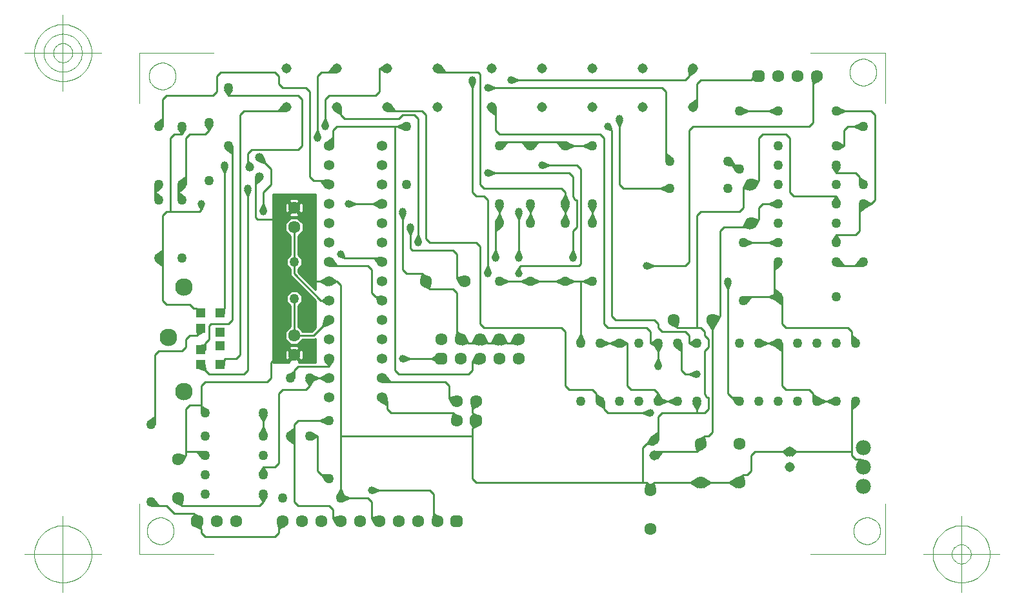
<source format=gbr>
G04 Generated by Ultiboard *
%FSLAX25Y25*%
%MOIN*%

%ADD11C,0.01000*%
%ADD10C,0.00004*%
%ADD12C,0.00394*%
%ADD13C,0.03937*%
%ADD14C,0.06334*%
%ADD17C,0.05000*%
%ADD18C,0.05166*%
%ADD24R,0.04943X0.04943*%
%ADD20C,0.09055*%
%ADD21C,0.05337*%
%ADD15R,0.02083X0.02083*%
%ADD16C,0.03917*%
%ADD22C,0.04666*%
%ADD23C,0.07834*%


%LNCopper Top*%
%LPD*%
%FSLAX25Y25*%
%MOIN*%
G54D11*
X424000Y32000D02*
X512000Y32000D01*
X514000Y68000D02*
X492000Y68000D01*
X532000Y240000D02*
X442000Y240000D01*
X524000Y184000D02*
X500000Y184000D01*
X516000Y80000D02*
X504000Y80000D01*
X504000Y80000D02*
X502000Y82000D01*
X512000Y112000D02*
X492000Y112000D01*
X516000Y116000D02*
X496000Y116000D01*
X520000Y236000D02*
X430000Y236000D01*
X354000Y56000D02*
X422000Y56000D01*
X380000Y68000D02*
X378000Y70000D01*
X378000Y70000D02*
X378000Y74000D01*
X378000Y74000D02*
X377559Y74000D01*
X377559Y74000D02*
X375559Y76000D01*
X384000Y220000D02*
X356000Y220000D01*
X400000Y28000D02*
X370000Y28000D01*
X374000Y246000D02*
X378000Y246000D01*
X388000Y216000D02*
X352000Y216000D01*
X408000Y84000D02*
X377559Y84000D01*
X377559Y84000D02*
X375559Y86000D01*
X380000Y224000D02*
X378000Y226000D01*
X382124Y224000D02*
X378042Y223917D01*
X378042Y223917D02*
X379662Y227256D01*
X379662Y227256D02*
X382124Y224000D01*
G36*
X382124Y224000D02*
X378042Y223917D01*
X379662Y227256D01*
X382124Y224000D01*
G37*
X382124Y224000D02*
X378042Y223917D01*
X378042Y223917D02*
X379662Y227256D01*
X379662Y227256D02*
X382124Y224000D01*
X374417Y246000D02*
X376789Y247695D01*
X376789Y247695D02*
X376789Y244305D01*
X376789Y244305D02*
X374417Y246000D01*
G36*
X374417Y246000D02*
X376789Y247695D01*
X376789Y244305D01*
X374417Y246000D01*
G37*
X374417Y246000D02*
X376789Y247695D01*
X376789Y247695D02*
X376789Y244305D01*
X376789Y244305D02*
X374417Y246000D01*
X378000Y72020D02*
X374449Y74137D01*
X374449Y74137D02*
X377723Y76145D01*
X377723Y76145D02*
X378000Y72020D01*
G36*
X378000Y72020D02*
X374449Y74137D01*
X377723Y76145D01*
X378000Y72020D01*
G37*
X378000Y72020D02*
X374449Y74137D01*
X374449Y74137D02*
X377723Y76145D01*
X377723Y76145D02*
X378000Y72020D01*
X379777Y84000D02*
X375647Y83833D01*
X375647Y83833D02*
X377292Y87304D01*
X377292Y87304D02*
X379777Y84000D01*
G36*
X379777Y84000D02*
X375647Y83833D01*
X377292Y87304D01*
X379777Y84000D01*
G37*
X379777Y84000D02*
X375647Y83833D01*
X375647Y83833D02*
X377292Y87304D01*
X377292Y87304D02*
X379777Y84000D01*
X330000Y130833D02*
X328343Y130833D01*
X328343Y130833D02*
X326000Y128490D01*
X326000Y128490D02*
X326000Y125176D01*
X326000Y125176D02*
X328000Y123176D01*
X328000Y123176D02*
X328000Y112600D01*
X328000Y112600D02*
X325333Y109933D01*
X325333Y109933D02*
X325333Y106067D01*
X325333Y106067D02*
X328067Y103333D01*
X328067Y103333D02*
X330000Y103333D01*
X330000Y103333D02*
X330000Y102667D01*
X330000Y102667D02*
X328067Y102667D01*
X328067Y102667D02*
X327042Y101642D01*
X327042Y101642D02*
X330000Y98683D01*
X330000Y98683D02*
X330000Y98000D01*
X330000Y98000D02*
X329317Y98000D01*
X329317Y98000D02*
X326358Y100958D01*
X326358Y100958D02*
X325333Y99933D01*
X325333Y99933D02*
X325333Y98000D01*
X325333Y98000D02*
X319000Y98000D01*
X319000Y98000D02*
X319000Y137500D01*
X319000Y137500D02*
X329522Y137500D01*
X329522Y137500D02*
X330000Y137022D01*
X330000Y137022D02*
X330000Y130833D01*
G36*
X328343Y137500D02*
X329522Y137500D01*
X330000Y137022D01*
X330000Y130833D01*
X328343Y130833D01*
X328343Y137500D01*
G37*
X328343Y137500D02*
X329522Y137500D01*
X329522Y137500D02*
X330000Y137022D01*
X330000Y137022D02*
X330000Y130833D01*
X330000Y130833D02*
X328343Y130833D01*
X328343Y130833D02*
X328343Y137500D01*
G36*
X319000Y128490D02*
X319000Y137500D01*
X328343Y137500D01*
X328343Y130833D01*
X326000Y128490D01*
X319000Y128490D01*
G37*
X319000Y128490D02*
X319000Y137500D01*
X319000Y137500D02*
X328343Y137500D01*
X328343Y137500D02*
X328343Y130833D01*
X328343Y130833D02*
X326000Y128490D01*
X326000Y128490D02*
X319000Y128490D01*
G36*
X326000Y110600D02*
X326000Y125176D01*
X328000Y123176D01*
X328000Y112600D01*
X326000Y110600D01*
G37*
X326000Y110600D02*
X326000Y125176D01*
X326000Y125176D02*
X328000Y123176D01*
X328000Y123176D02*
X328000Y112600D01*
X328000Y112600D02*
X326000Y110600D01*
G36*
X328067Y103333D02*
X330000Y103333D01*
X330000Y102667D01*
X328067Y102667D01*
X328067Y103333D01*
G37*
X328067Y103333D02*
X330000Y103333D01*
X330000Y103333D02*
X330000Y102667D01*
X330000Y102667D02*
X328067Y102667D01*
X328067Y102667D02*
X328067Y103333D01*
G36*
X328067Y99250D02*
X328067Y100617D01*
X330000Y98683D01*
X330000Y98000D01*
X329317Y98000D01*
X328067Y99250D01*
G37*
X328067Y99250D02*
X328067Y100617D01*
X328067Y100617D02*
X330000Y98683D01*
X330000Y98683D02*
X330000Y98000D01*
X330000Y98000D02*
X329317Y98000D01*
X329317Y98000D02*
X328067Y99250D01*
G36*
X319000Y99933D02*
X325333Y99933D01*
X325333Y98000D01*
X319000Y98000D01*
X319000Y99933D01*
G37*
X319000Y99933D02*
X325333Y99933D01*
X325333Y99933D02*
X325333Y98000D01*
X325333Y98000D02*
X319000Y98000D01*
X319000Y98000D02*
X319000Y99933D01*
G36*
X326358Y105042D02*
X326358Y100958D01*
X326000Y100600D01*
X326000Y105400D01*
X326358Y105042D01*
G37*
X326358Y105042D02*
X326358Y100958D01*
X326358Y100958D02*
X326000Y100600D01*
X326000Y100600D02*
X326000Y105400D01*
X326000Y105400D02*
X326358Y105042D01*
G36*
X319000Y109933D02*
X319000Y128490D01*
X326000Y128490D01*
X326000Y110600D01*
X325333Y109933D01*
X319000Y109933D01*
G37*
X319000Y109933D02*
X319000Y128490D01*
X319000Y128490D02*
X326000Y128490D01*
X326000Y128490D02*
X326000Y110600D01*
X326000Y110600D02*
X325333Y109933D01*
X325333Y109933D02*
X319000Y109933D01*
G36*
X326358Y101642D02*
X327042Y101642D01*
X328067Y100617D01*
X328067Y99250D01*
X326358Y100958D01*
X326358Y101642D01*
G37*
X326358Y101642D02*
X327042Y101642D01*
X327042Y101642D02*
X328067Y100617D01*
X328067Y100617D02*
X328067Y99250D01*
X328067Y99250D02*
X326358Y100958D01*
X326358Y100958D02*
X326358Y101642D01*
G36*
X326358Y101642D02*
X326358Y105042D01*
X328067Y103333D01*
X328067Y102667D01*
X327042Y101642D01*
X326358Y101642D01*
G37*
X326358Y101642D02*
X326358Y105042D01*
X326358Y105042D02*
X328067Y103333D01*
X328067Y103333D02*
X328067Y102667D01*
X328067Y102667D02*
X327042Y101642D01*
X327042Y101642D02*
X326358Y101642D01*
G36*
X325333Y106067D02*
X326000Y105400D01*
X326000Y100600D01*
X325333Y99933D01*
X325333Y106067D01*
G37*
X325333Y106067D02*
X326000Y105400D01*
X326000Y105400D02*
X326000Y100600D01*
X326000Y100600D02*
X325333Y99933D01*
X325333Y99933D02*
X325333Y106067D01*
G36*
X325333Y99933D02*
X319000Y99933D01*
X319000Y109933D01*
X325333Y109933D01*
X325333Y99933D01*
G37*
X325333Y99933D02*
X319000Y99933D01*
X319000Y99933D02*
X319000Y109933D01*
X319000Y109933D02*
X325333Y109933D01*
X325333Y109933D02*
X325333Y99933D01*
X332000Y123176D02*
X334000Y125176D01*
X334000Y125176D02*
X334000Y128490D01*
X334000Y128490D02*
X331657Y130833D01*
X331657Y130833D02*
X330000Y130833D01*
X330000Y130833D02*
X330000Y137022D01*
X330000Y137022D02*
X341000Y126022D01*
X341000Y126022D02*
X341000Y111828D01*
X341000Y111828D02*
X339172Y110000D01*
X339172Y110000D02*
X334600Y110000D01*
X334600Y110000D02*
X332000Y112600D01*
X332000Y112600D02*
X332000Y123176D01*
G36*
X341000Y125176D02*
X341000Y111828D01*
X339172Y110000D01*
X334600Y110000D01*
X332000Y112600D01*
X332000Y123176D01*
X334000Y125176D01*
X341000Y125176D01*
G37*
X341000Y125176D02*
X341000Y111828D01*
X341000Y111828D02*
X339172Y110000D01*
X339172Y110000D02*
X334600Y110000D01*
X334600Y110000D02*
X332000Y112600D01*
X332000Y112600D02*
X332000Y123176D01*
X332000Y123176D02*
X334000Y125176D01*
X334000Y125176D02*
X341000Y125176D01*
G36*
X334000Y133022D02*
X341000Y126022D01*
X341000Y125176D01*
X334000Y125176D01*
X334000Y133022D01*
G37*
X334000Y133022D02*
X341000Y126022D01*
X341000Y126022D02*
X341000Y125176D01*
X341000Y125176D02*
X334000Y125176D01*
X334000Y125176D02*
X334000Y133022D01*
G36*
X331657Y135365D02*
X331657Y130833D01*
X330000Y130833D01*
X330000Y137022D01*
X331657Y135365D01*
G37*
X331657Y135365D02*
X331657Y130833D01*
X331657Y130833D02*
X330000Y130833D01*
X330000Y130833D02*
X330000Y137022D01*
X330000Y137022D02*
X331657Y135365D01*
G36*
X331657Y135365D02*
X334000Y133022D01*
X334000Y128490D01*
X331657Y130833D01*
X331657Y135365D01*
G37*
X331657Y135365D02*
X334000Y133022D01*
X334000Y133022D02*
X334000Y128490D01*
X334000Y128490D02*
X331657Y130833D01*
X331657Y130833D02*
X331657Y135365D01*
X325333Y98000D02*
X325333Y96067D01*
X325333Y96067D02*
X326358Y95042D01*
X326358Y95042D02*
X329317Y98000D01*
X329317Y98000D02*
X330000Y98000D01*
X330000Y98000D02*
X330000Y97317D01*
X330000Y97317D02*
X327042Y94358D01*
X327042Y94358D02*
X327400Y94000D01*
X327400Y94000D02*
X319000Y94000D01*
X319000Y94000D02*
X319000Y98000D01*
X319000Y98000D02*
X325333Y98000D01*
G36*
X325333Y94000D02*
X319000Y94000D01*
X319000Y98000D01*
X325333Y98000D01*
X325333Y94000D01*
G37*
X325333Y94000D02*
X319000Y94000D01*
X319000Y94000D02*
X319000Y98000D01*
X319000Y98000D02*
X325333Y98000D01*
X325333Y98000D02*
X325333Y94000D01*
G36*
X326358Y94000D02*
X325333Y94000D01*
X325333Y96067D01*
X326358Y95042D01*
X326358Y94000D01*
G37*
X326358Y94000D02*
X325333Y94000D01*
X325333Y94000D02*
X325333Y96067D01*
X325333Y96067D02*
X326358Y95042D01*
X326358Y95042D02*
X326358Y94000D01*
G36*
X326358Y94358D02*
X327042Y94358D01*
X327400Y94000D01*
X326358Y94000D01*
X326358Y94358D01*
G37*
X326358Y94358D02*
X327042Y94358D01*
X327042Y94358D02*
X327400Y94000D01*
X327400Y94000D02*
X326358Y94000D01*
X326358Y94000D02*
X326358Y94358D01*
G36*
X326358Y94358D02*
X326358Y95042D01*
X329317Y98000D01*
X330000Y98000D01*
X330000Y97317D01*
X327042Y94358D01*
X326358Y94358D01*
G37*
X326358Y94358D02*
X326358Y95042D01*
X326358Y95042D02*
X329317Y98000D01*
X329317Y98000D02*
X330000Y98000D01*
X330000Y98000D02*
X330000Y97317D01*
X330000Y97317D02*
X327042Y94358D01*
X327042Y94358D02*
X326358Y94358D01*
X332600Y94000D02*
X332958Y94358D01*
X332958Y94358D02*
X330000Y97317D01*
X330000Y97317D02*
X330000Y98000D01*
X330000Y98000D02*
X330683Y98000D01*
X330683Y98000D02*
X333642Y95042D01*
X333642Y95042D02*
X334667Y96067D01*
X334667Y96067D02*
X334667Y98000D01*
X334667Y98000D02*
X341000Y98000D01*
X341000Y98000D02*
X341000Y94000D01*
X341000Y94000D02*
X332600Y94000D01*
G36*
X341000Y94358D02*
X341000Y94000D01*
X332600Y94000D01*
X332958Y94358D01*
X341000Y94358D01*
G37*
X341000Y94358D02*
X341000Y94000D01*
X341000Y94000D02*
X332600Y94000D01*
X332600Y94000D02*
X332958Y94358D01*
X332958Y94358D02*
X341000Y94358D01*
G36*
X333642Y94358D02*
X332958Y94358D01*
X330000Y97317D01*
X330000Y98000D01*
X330683Y98000D01*
X333642Y95042D01*
X333642Y94358D01*
G37*
X333642Y94358D02*
X332958Y94358D01*
X332958Y94358D02*
X330000Y97317D01*
X330000Y97317D02*
X330000Y98000D01*
X330000Y98000D02*
X330683Y98000D01*
X330683Y98000D02*
X333642Y95042D01*
X333642Y95042D02*
X333642Y94358D01*
G36*
X341000Y96067D02*
X334667Y96067D01*
X334667Y98000D01*
X341000Y98000D01*
X341000Y96067D01*
G37*
X341000Y96067D02*
X334667Y96067D01*
X334667Y96067D02*
X334667Y98000D01*
X334667Y98000D02*
X341000Y98000D01*
X341000Y98000D02*
X341000Y96067D01*
G36*
X341000Y96067D02*
X341000Y94358D01*
X333642Y94358D01*
X333642Y95042D01*
X334667Y96067D01*
X341000Y96067D01*
G37*
X341000Y96067D02*
X341000Y94358D01*
X341000Y94358D02*
X333642Y94358D01*
X333642Y94358D02*
X333642Y95042D01*
X333642Y95042D02*
X334667Y96067D01*
X334667Y96067D02*
X341000Y96067D01*
X330000Y98683D02*
X332958Y101642D01*
X332958Y101642D02*
X331933Y102667D01*
X331933Y102667D02*
X330000Y102667D01*
X330000Y102667D02*
X330000Y103333D01*
X330000Y103333D02*
X331933Y103333D01*
X331933Y103333D02*
X334600Y106000D01*
X334600Y106000D02*
X340828Y106000D01*
X340828Y106000D02*
X341000Y106172D01*
X341000Y106172D02*
X341000Y98000D01*
X341000Y98000D02*
X334667Y98000D01*
X334667Y98000D02*
X334667Y99933D01*
X334667Y99933D02*
X333642Y100958D01*
X333642Y100958D02*
X330683Y98000D01*
X330683Y98000D02*
X330000Y98000D01*
X330000Y98000D02*
X330000Y98683D01*
G36*
X331933Y102667D02*
X330000Y102667D01*
X330000Y103333D01*
X331933Y103333D01*
X331933Y102667D01*
G37*
X331933Y102667D02*
X330000Y102667D01*
X330000Y102667D02*
X330000Y103333D01*
X330000Y103333D02*
X331933Y103333D01*
X331933Y103333D02*
X331933Y102667D01*
G36*
X334667Y101642D02*
X341000Y101642D01*
X341000Y98000D01*
X334667Y98000D01*
X334667Y101642D01*
G37*
X334667Y101642D02*
X341000Y101642D01*
X341000Y101642D02*
X341000Y98000D01*
X341000Y98000D02*
X334667Y98000D01*
X334667Y98000D02*
X334667Y101642D01*
G36*
X340828Y101642D02*
X340828Y106000D01*
X341000Y106172D01*
X341000Y101642D01*
X340828Y101642D01*
G37*
X340828Y101642D02*
X340828Y106000D01*
X340828Y106000D02*
X341000Y106172D01*
X341000Y106172D02*
X341000Y101642D01*
X341000Y101642D02*
X340828Y101642D01*
G36*
X340828Y101642D02*
X332958Y101642D01*
X331933Y102667D01*
X331933Y103333D01*
X334600Y106000D01*
X340828Y106000D01*
X340828Y101642D01*
G37*
X340828Y101642D02*
X332958Y101642D01*
X332958Y101642D02*
X331933Y102667D01*
X331933Y102667D02*
X331933Y103333D01*
X331933Y103333D02*
X334600Y106000D01*
X334600Y106000D02*
X340828Y106000D01*
X340828Y106000D02*
X340828Y101642D01*
G36*
X333642Y101642D02*
X333642Y100958D01*
X330683Y98000D01*
X330000Y98000D01*
X330000Y98683D01*
X332958Y101642D01*
X333642Y101642D01*
G37*
X333642Y101642D02*
X333642Y100958D01*
X333642Y100958D02*
X330683Y98000D01*
X330683Y98000D02*
X330000Y98000D01*
X330000Y98000D02*
X330000Y98683D01*
X330000Y98683D02*
X332958Y101642D01*
X332958Y101642D02*
X333642Y101642D01*
G36*
X333642Y101642D02*
X334667Y101642D01*
X334667Y99933D01*
X333642Y100958D01*
X333642Y101642D01*
G37*
X333642Y101642D02*
X334667Y101642D01*
X334667Y101642D02*
X334667Y99933D01*
X334667Y99933D02*
X333642Y100958D01*
X333642Y100958D02*
X333642Y101642D01*
X328000Y149657D02*
X326000Y147657D01*
X326000Y147657D02*
X326000Y144343D01*
X326000Y144343D02*
X328000Y142343D01*
X328000Y142343D02*
X328000Y139022D01*
X328000Y139022D02*
X329522Y137500D01*
X329522Y137500D02*
X319000Y137500D01*
X319000Y137500D02*
X319000Y174000D01*
X319000Y174000D02*
X325333Y174000D01*
X325333Y174000D02*
X325333Y172067D01*
X325333Y172067D02*
X326358Y171042D01*
X326358Y171042D02*
X329317Y174000D01*
X329317Y174000D02*
X330000Y174000D01*
X330000Y174000D02*
X330000Y173317D01*
X330000Y173317D02*
X327042Y170358D01*
X327042Y170358D02*
X328067Y169333D01*
X328067Y169333D02*
X330000Y169333D01*
X330000Y169333D02*
X330000Y168667D01*
X330000Y168667D02*
X328067Y168667D01*
X328067Y168667D02*
X325333Y165933D01*
X325333Y165933D02*
X325333Y162067D01*
X325333Y162067D02*
X328000Y159400D01*
X328000Y159400D02*
X328000Y149657D01*
G36*
X326000Y137500D02*
X319000Y137500D01*
X319000Y147657D01*
X326000Y147657D01*
X326000Y137500D01*
G37*
X326000Y137500D02*
X319000Y137500D01*
X319000Y137500D02*
X319000Y147657D01*
X319000Y147657D02*
X326000Y147657D01*
X326000Y147657D02*
X326000Y137500D01*
G36*
X325333Y147657D02*
X325333Y162067D01*
X328000Y159400D01*
X328000Y149657D01*
X326000Y147657D01*
X325333Y147657D01*
G37*
X325333Y147657D02*
X325333Y162067D01*
X325333Y162067D02*
X328000Y159400D01*
X328000Y159400D02*
X328000Y149657D01*
X328000Y149657D02*
X326000Y147657D01*
X326000Y147657D02*
X325333Y147657D01*
G36*
X325333Y147657D02*
X319000Y147657D01*
X319000Y174000D01*
X325333Y174000D01*
X325333Y147657D01*
G37*
X325333Y147657D02*
X319000Y147657D01*
X319000Y147657D02*
X319000Y174000D01*
X319000Y174000D02*
X325333Y174000D01*
X325333Y174000D02*
X325333Y147657D01*
G36*
X328000Y137500D02*
X328000Y139022D01*
X329522Y137500D01*
X328000Y137500D01*
G37*
X328000Y137500D02*
X328000Y139022D01*
X328000Y139022D02*
X329522Y137500D01*
X329522Y137500D02*
X328000Y137500D01*
G36*
X328000Y137500D02*
X326000Y137500D01*
X326000Y144343D01*
X328000Y142343D01*
X328000Y137500D01*
G37*
X328000Y137500D02*
X326000Y137500D01*
X326000Y137500D02*
X326000Y144343D01*
X326000Y144343D02*
X328000Y142343D01*
X328000Y142343D02*
X328000Y137500D01*
G36*
X326358Y166958D02*
X325333Y165933D01*
X325333Y172067D01*
X326358Y171042D01*
X326358Y166958D01*
G37*
X326358Y166958D02*
X325333Y165933D01*
X325333Y165933D02*
X325333Y172067D01*
X325333Y172067D02*
X326358Y171042D01*
X326358Y171042D02*
X326358Y166958D01*
G36*
X326358Y170358D02*
X326358Y171042D01*
X329317Y174000D01*
X330000Y174000D01*
X330000Y173317D01*
X327042Y170358D01*
X326358Y170358D01*
G37*
X326358Y170358D02*
X326358Y171042D01*
X326358Y171042D02*
X329317Y174000D01*
X329317Y174000D02*
X330000Y174000D01*
X330000Y174000D02*
X330000Y173317D01*
X330000Y173317D02*
X327042Y170358D01*
X327042Y170358D02*
X326358Y170358D01*
G36*
X328067Y169333D02*
X330000Y169333D01*
X330000Y168667D01*
X328067Y168667D01*
X328067Y169333D01*
G37*
X328067Y169333D02*
X330000Y169333D01*
X330000Y169333D02*
X330000Y168667D01*
X330000Y168667D02*
X328067Y168667D01*
X328067Y168667D02*
X328067Y169333D01*
G36*
X328067Y168667D02*
X326358Y166958D01*
X326358Y170358D01*
X327042Y170358D01*
X328067Y169333D01*
X328067Y168667D01*
G37*
X328067Y168667D02*
X326358Y166958D01*
X326358Y166958D02*
X326358Y170358D01*
X326358Y170358D02*
X327042Y170358D01*
X327042Y170358D02*
X328067Y169333D01*
X328067Y169333D02*
X328067Y168667D01*
X332000Y142343D02*
X334000Y144343D01*
X334000Y144343D02*
X334000Y147657D01*
X334000Y147657D02*
X332000Y149657D01*
X332000Y149657D02*
X332000Y159400D01*
X332000Y159400D02*
X334667Y162067D01*
X334667Y162067D02*
X334667Y165933D01*
X334667Y165933D02*
X331933Y168667D01*
X331933Y168667D02*
X330000Y168667D01*
X330000Y168667D02*
X330000Y169333D01*
X330000Y169333D02*
X331933Y169333D01*
X331933Y169333D02*
X332958Y170358D01*
X332958Y170358D02*
X330000Y173317D01*
X330000Y173317D02*
X330000Y174000D01*
X330000Y174000D02*
X330683Y174000D01*
X330683Y174000D02*
X333642Y171042D01*
X333642Y171042D02*
X334667Y172067D01*
X334667Y172067D02*
X334667Y174000D01*
X334667Y174000D02*
X341000Y174000D01*
X341000Y174000D02*
X341000Y137500D01*
X341000Y137500D02*
X335178Y137500D01*
X335178Y137500D02*
X332000Y140678D01*
X332000Y140678D02*
X332000Y142343D01*
G36*
X341000Y144343D02*
X341000Y137500D01*
X335178Y137500D01*
X332000Y140678D01*
X332000Y142343D01*
X334000Y144343D01*
X341000Y144343D01*
G37*
X341000Y144343D02*
X341000Y137500D01*
X341000Y137500D02*
X335178Y137500D01*
X335178Y137500D02*
X332000Y140678D01*
X332000Y140678D02*
X332000Y142343D01*
X332000Y142343D02*
X334000Y144343D01*
X334000Y144343D02*
X341000Y144343D01*
G36*
X334000Y161400D02*
X334000Y147657D01*
X332000Y149657D01*
X332000Y159400D01*
X334000Y161400D01*
G37*
X334000Y161400D02*
X334000Y147657D01*
X334000Y147657D02*
X332000Y149657D01*
X332000Y149657D02*
X332000Y159400D01*
X332000Y159400D02*
X334000Y161400D01*
G36*
X331933Y168667D02*
X330000Y168667D01*
X330000Y169333D01*
X331933Y169333D01*
X331933Y168667D01*
G37*
X331933Y168667D02*
X330000Y168667D01*
X330000Y168667D02*
X330000Y169333D01*
X330000Y169333D02*
X331933Y169333D01*
X331933Y169333D02*
X331933Y168667D01*
G36*
X331933Y172750D02*
X331933Y171383D01*
X330000Y173317D01*
X330000Y174000D01*
X330683Y174000D01*
X331933Y172750D01*
G37*
X331933Y172750D02*
X331933Y171383D01*
X331933Y171383D02*
X330000Y173317D01*
X330000Y173317D02*
X330000Y174000D01*
X330000Y174000D02*
X330683Y174000D01*
X330683Y174000D02*
X331933Y172750D01*
G36*
X341000Y172067D02*
X334667Y172067D01*
X334667Y174000D01*
X341000Y174000D01*
X341000Y172067D01*
G37*
X341000Y172067D02*
X334667Y172067D01*
X334667Y172067D02*
X334667Y174000D01*
X334667Y174000D02*
X341000Y174000D01*
X341000Y174000D02*
X341000Y172067D01*
G36*
X333642Y166958D02*
X333642Y171042D01*
X334000Y171400D01*
X334000Y166600D01*
X333642Y166958D01*
G37*
X333642Y166958D02*
X333642Y171042D01*
X333642Y171042D02*
X334000Y171400D01*
X334000Y171400D02*
X334000Y166600D01*
X334000Y166600D02*
X333642Y166958D01*
G36*
X341000Y162067D02*
X341000Y144343D01*
X334000Y144343D01*
X334000Y161400D01*
X334667Y162067D01*
X341000Y162067D01*
G37*
X341000Y162067D02*
X341000Y144343D01*
X341000Y144343D02*
X334000Y144343D01*
X334000Y144343D02*
X334000Y161400D01*
X334000Y161400D02*
X334667Y162067D01*
X334667Y162067D02*
X341000Y162067D01*
G36*
X333642Y170358D02*
X332958Y170358D01*
X331933Y171383D01*
X331933Y172750D01*
X333642Y171042D01*
X333642Y170358D01*
G37*
X333642Y170358D02*
X332958Y170358D01*
X332958Y170358D02*
X331933Y171383D01*
X331933Y171383D02*
X331933Y172750D01*
X331933Y172750D02*
X333642Y171042D01*
X333642Y171042D02*
X333642Y170358D01*
G36*
X333642Y170358D02*
X333642Y166958D01*
X331933Y168667D01*
X331933Y169333D01*
X332958Y170358D01*
X333642Y170358D01*
G37*
X333642Y170358D02*
X333642Y166958D01*
X333642Y166958D02*
X331933Y168667D01*
X331933Y168667D02*
X331933Y169333D01*
X331933Y169333D02*
X332958Y170358D01*
X332958Y170358D02*
X333642Y170358D01*
G36*
X334667Y165933D02*
X334000Y166600D01*
X334000Y171400D01*
X334667Y172067D01*
X334667Y165933D01*
G37*
X334667Y165933D02*
X334000Y166600D01*
X334000Y166600D02*
X334000Y171400D01*
X334000Y171400D02*
X334667Y172067D01*
X334667Y172067D02*
X334667Y165933D01*
G36*
X334667Y172067D02*
X341000Y172067D01*
X341000Y162067D01*
X334667Y162067D01*
X334667Y172067D01*
G37*
X334667Y172067D02*
X341000Y172067D01*
X341000Y172067D02*
X341000Y162067D01*
X341000Y162067D02*
X334667Y162067D01*
X334667Y162067D02*
X334667Y172067D01*
X341000Y131678D02*
X335178Y137500D01*
X335178Y137500D02*
X341000Y137500D01*
X341000Y137500D02*
X341000Y131678D01*
G36*
X341000Y131678D02*
X335178Y137500D01*
X341000Y137500D01*
X341000Y131678D01*
G37*
X341000Y131678D02*
X335178Y137500D01*
X335178Y137500D02*
X341000Y137500D01*
X341000Y137500D02*
X341000Y131678D01*
X330000Y178667D02*
X328067Y178667D01*
X328067Y178667D02*
X327042Y177642D01*
X327042Y177642D02*
X330000Y174683D01*
X330000Y174683D02*
X330000Y174000D01*
X330000Y174000D02*
X329317Y174000D01*
X329317Y174000D02*
X326358Y176958D01*
X326358Y176958D02*
X325333Y175933D01*
X325333Y175933D02*
X325333Y174000D01*
X325333Y174000D02*
X319000Y174000D01*
X319000Y174000D02*
X319000Y181000D01*
X319000Y181000D02*
X330000Y181000D01*
X330000Y181000D02*
X330000Y178667D01*
G36*
X328067Y181000D02*
X330000Y181000D01*
X330000Y178667D01*
X328067Y178667D01*
X328067Y181000D01*
G37*
X328067Y181000D02*
X330000Y181000D01*
X330000Y181000D02*
X330000Y178667D01*
X330000Y178667D02*
X328067Y178667D01*
X328067Y178667D02*
X328067Y181000D01*
G36*
X319000Y177642D02*
X319000Y181000D01*
X328067Y181000D01*
X328067Y178667D01*
X327042Y177642D01*
X319000Y177642D01*
G37*
X319000Y177642D02*
X319000Y181000D01*
X319000Y181000D02*
X328067Y181000D01*
X328067Y181000D02*
X328067Y178667D01*
X328067Y178667D02*
X327042Y177642D01*
X327042Y177642D02*
X319000Y177642D01*
G36*
X326358Y177642D02*
X327042Y177642D01*
X330000Y174683D01*
X330000Y174000D01*
X329317Y174000D01*
X326358Y176958D01*
X326358Y177642D01*
G37*
X326358Y177642D02*
X327042Y177642D01*
X327042Y177642D02*
X330000Y174683D01*
X330000Y174683D02*
X330000Y174000D01*
X330000Y174000D02*
X329317Y174000D01*
X329317Y174000D02*
X326358Y176958D01*
X326358Y176958D02*
X326358Y177642D01*
G36*
X319000Y175933D02*
X325333Y175933D01*
X325333Y174000D01*
X319000Y174000D01*
X319000Y175933D01*
G37*
X319000Y175933D02*
X325333Y175933D01*
X325333Y175933D02*
X325333Y174000D01*
X325333Y174000D02*
X319000Y174000D01*
X319000Y174000D02*
X319000Y175933D01*
G36*
X319000Y175933D02*
X319000Y177642D01*
X326358Y177642D01*
X326358Y176958D01*
X325333Y175933D01*
X319000Y175933D01*
G37*
X319000Y175933D02*
X319000Y177642D01*
X319000Y177642D02*
X326358Y177642D01*
X326358Y177642D02*
X326358Y176958D01*
X326358Y176958D02*
X325333Y175933D01*
X325333Y175933D02*
X319000Y175933D01*
X330000Y174683D02*
X332958Y177642D01*
X332958Y177642D02*
X331933Y178667D01*
X331933Y178667D02*
X330000Y178667D01*
X330000Y178667D02*
X330000Y181000D01*
X330000Y181000D02*
X341000Y181000D01*
X341000Y181000D02*
X341000Y174000D01*
X341000Y174000D02*
X334667Y174000D01*
X334667Y174000D02*
X334667Y175933D01*
X334667Y175933D02*
X333642Y176958D01*
X333642Y176958D02*
X330683Y174000D01*
X330683Y174000D02*
X330000Y174000D01*
X330000Y174000D02*
X330000Y174683D01*
G36*
X331933Y181000D02*
X331933Y178667D01*
X330000Y178667D01*
X330000Y181000D01*
X331933Y181000D01*
G37*
X331933Y181000D02*
X331933Y178667D01*
X331933Y178667D02*
X330000Y178667D01*
X330000Y178667D02*
X330000Y181000D01*
X330000Y181000D02*
X331933Y181000D01*
G36*
X331933Y181000D02*
X341000Y181000D01*
X341000Y177642D01*
X332958Y177642D01*
X331933Y178667D01*
X331933Y181000D01*
G37*
X331933Y181000D02*
X341000Y181000D01*
X341000Y181000D02*
X341000Y177642D01*
X341000Y177642D02*
X332958Y177642D01*
X332958Y177642D02*
X331933Y178667D01*
X331933Y178667D02*
X331933Y181000D01*
G36*
X334667Y177642D02*
X341000Y177642D01*
X341000Y174000D01*
X334667Y174000D01*
X334667Y177642D01*
G37*
X334667Y177642D02*
X341000Y177642D01*
X341000Y177642D02*
X341000Y174000D01*
X341000Y174000D02*
X334667Y174000D01*
X334667Y174000D02*
X334667Y177642D01*
G36*
X333642Y177642D02*
X333642Y176958D01*
X330683Y174000D01*
X330000Y174000D01*
X330000Y174683D01*
X332958Y177642D01*
X333642Y177642D01*
G37*
X333642Y177642D02*
X333642Y176958D01*
X333642Y176958D02*
X330683Y174000D01*
X330683Y174000D02*
X330000Y174000D01*
X330000Y174000D02*
X330000Y174683D01*
X330000Y174683D02*
X332958Y177642D01*
X332958Y177642D02*
X333642Y177642D01*
G36*
X333642Y177642D02*
X334667Y177642D01*
X334667Y175933D01*
X333642Y176958D01*
X333642Y177642D01*
G37*
X333642Y177642D02*
X334667Y177642D01*
X334667Y177642D02*
X334667Y175933D01*
X334667Y175933D02*
X333642Y176958D01*
X333642Y176958D02*
X333642Y177642D01*
X330000Y126833D02*
X330000Y108000D01*
X330000Y139850D02*
X343850Y126000D01*
X343850Y126000D02*
X348000Y126000D01*
X262000Y146000D02*
X262000Y126000D01*
X262000Y126000D02*
X264000Y124000D01*
X354000Y134000D02*
X354000Y24000D01*
X306000Y184000D02*
X306000Y90000D01*
X298000Y204000D02*
X298000Y116000D01*
X302000Y222000D02*
X302000Y98000D01*
X294000Y196000D02*
X294000Y121843D01*
X375559Y126000D02*
X374000Y127559D01*
X344331Y126000D02*
X346718Y127749D01*
X346718Y127749D02*
X346718Y124251D01*
X346718Y124251D02*
X344331Y126000D01*
G36*
X344331Y126000D02*
X346718Y127749D01*
X346718Y124251D01*
X344331Y126000D01*
G37*
X344331Y126000D02*
X346718Y127749D01*
X346718Y127749D02*
X346718Y124251D01*
X346718Y124251D02*
X344331Y126000D01*
X372484Y128000D02*
X375438Y128165D01*
X375438Y128165D02*
X373531Y125233D01*
X373531Y125233D02*
X372484Y128000D01*
G36*
X372484Y128000D02*
X375438Y128165D01*
X373531Y125233D01*
X372484Y128000D01*
G37*
X372484Y128000D02*
X375438Y128165D01*
X375438Y128165D02*
X373531Y125233D01*
X373531Y125233D02*
X372484Y128000D01*
X314000Y68000D02*
X314000Y56000D01*
X318000Y86000D02*
X316000Y84000D01*
X316000Y84000D02*
X284000Y84000D01*
X320000Y40000D02*
X314000Y40000D01*
X314000Y40000D02*
X314000Y36000D01*
X320000Y4000D02*
X284000Y4000D01*
X314000Y26000D02*
X314000Y22000D01*
X314000Y22000D02*
X312000Y20000D01*
X314000Y63500D02*
X312208Y67111D01*
X312208Y67111D02*
X315792Y67111D01*
X315792Y67111D02*
X314000Y63500D01*
G36*
X314000Y63500D02*
X312208Y67111D01*
X315792Y67111D01*
X314000Y63500D01*
G37*
X314000Y63500D02*
X312208Y67111D01*
X312208Y67111D02*
X315792Y67111D01*
X315792Y67111D02*
X314000Y63500D01*
X314000Y40000D02*
X315732Y37000D01*
X315732Y37000D02*
X312268Y37000D01*
X312268Y37000D02*
X314000Y40000D01*
G36*
X314000Y40000D02*
X315732Y37000D01*
X312268Y37000D01*
X314000Y40000D01*
G37*
X314000Y40000D02*
X315732Y37000D01*
X315732Y37000D02*
X312268Y37000D01*
X312268Y37000D02*
X314000Y40000D01*
X314000Y22000D02*
X312268Y25000D01*
X312268Y25000D02*
X315732Y25000D01*
X315732Y25000D02*
X314000Y22000D01*
G36*
X314000Y22000D02*
X312268Y25000D01*
X315732Y25000D01*
X314000Y22000D01*
G37*
X314000Y22000D02*
X312268Y25000D01*
X312268Y25000D02*
X315732Y25000D01*
X315732Y25000D02*
X314000Y22000D01*
X314000Y60500D02*
X315792Y56889D01*
X315792Y56889D02*
X312208Y56889D01*
X312208Y56889D02*
X314000Y60500D01*
G36*
X314000Y60500D02*
X315792Y56889D01*
X312208Y56889D01*
X314000Y60500D01*
G37*
X314000Y60500D02*
X315792Y56889D01*
X315792Y56889D02*
X312208Y56889D01*
X312208Y56889D02*
X314000Y60500D01*
X258000Y98000D02*
X258000Y64000D01*
X258000Y64000D02*
X256000Y62000D01*
X274000Y70000D02*
X274000Y46000D01*
X258000Y66031D02*
X258000Y62000D01*
X258000Y62000D02*
X254790Y63593D01*
X254790Y63593D02*
X258000Y66031D01*
G36*
X258000Y66031D02*
X258000Y62000D01*
X254790Y63593D01*
X258000Y66031D01*
G37*
X258000Y66031D02*
X258000Y62000D01*
X258000Y62000D02*
X254790Y63593D01*
X254790Y63593D02*
X258000Y66031D01*
X274000Y48000D02*
X282000Y48000D01*
X282000Y48000D02*
X284000Y46000D01*
X284000Y4000D02*
X282000Y6000D01*
X282000Y6000D02*
X282000Y8000D01*
X282000Y8000D02*
X280000Y10000D01*
X312000Y20000D02*
X272000Y20000D01*
X281646Y8354D02*
X278864Y9773D01*
X278864Y9773D02*
X282422Y11379D01*
X282422Y11379D02*
X281646Y8354D01*
G36*
X281646Y8354D02*
X278864Y9773D01*
X282422Y11379D01*
X281646Y8354D01*
G37*
X281646Y8354D02*
X278864Y9773D01*
X278864Y9773D02*
X282422Y11379D01*
X282422Y11379D02*
X281646Y8354D01*
X279969Y48000D02*
X284000Y48000D01*
X284000Y48000D02*
X282407Y44790D01*
X282407Y44790D02*
X279969Y48000D01*
G36*
X279969Y48000D02*
X284000Y48000D01*
X282407Y44790D01*
X279969Y48000D01*
G37*
X279969Y48000D02*
X284000Y48000D01*
X284000Y48000D02*
X282407Y44790D01*
X282407Y44790D02*
X279969Y48000D01*
X278000Y16000D02*
X268000Y16000D01*
X268000Y16000D02*
X264000Y20000D01*
X271772Y20228D02*
X268871Y21584D01*
X268871Y21584D02*
X272580Y23326D01*
X272580Y23326D02*
X271772Y20228D01*
G36*
X271772Y20228D02*
X268871Y21584D01*
X272580Y23326D01*
X271772Y20228D01*
G37*
X271772Y20228D02*
X268871Y21584D01*
X268871Y21584D02*
X272580Y23326D01*
X272580Y23326D02*
X271772Y20228D01*
X264000Y20000D02*
X258000Y20000D01*
X258000Y20000D02*
X256000Y22000D01*
X260031Y20000D02*
X256000Y20000D01*
X256000Y20000D02*
X257593Y23210D01*
X257593Y23210D02*
X260031Y20000D01*
G36*
X260031Y20000D02*
X256000Y20000D01*
X257593Y23210D01*
X260031Y20000D01*
G37*
X260031Y20000D02*
X256000Y20000D01*
X256000Y20000D02*
X257593Y23210D01*
X257593Y23210D02*
X260031Y20000D01*
X280000Y14000D02*
X278000Y16000D01*
X278354Y15646D02*
X281136Y14227D01*
X281136Y14227D02*
X277578Y12621D01*
X277578Y12621D02*
X278354Y15646D01*
G36*
X278354Y15646D02*
X281136Y14227D01*
X277578Y12621D01*
X278354Y15646D01*
G37*
X278354Y15646D02*
X281136Y14227D01*
X281136Y14227D02*
X277578Y12621D01*
X277578Y12621D02*
X278354Y15646D01*
X280000Y10000D02*
X280000Y12000D01*
X280000Y12000D02*
X280000Y14000D01*
X272000Y20000D02*
X270000Y22000D01*
X270000Y22000D02*
X270000Y24000D01*
X274000Y46000D02*
X272000Y44000D01*
X273772Y45772D02*
X272416Y42871D01*
X272416Y42871D02*
X270674Y46580D01*
X270674Y46580D02*
X273772Y45772D01*
G36*
X273772Y45772D02*
X272416Y42871D01*
X270674Y46580D01*
X273772Y45772D01*
G37*
X273772Y45772D02*
X272416Y42871D01*
X272416Y42871D02*
X270674Y46580D01*
X270674Y46580D02*
X273772Y45772D01*
X272000Y44000D02*
X270000Y44000D01*
X282000Y72000D02*
X282000Y70000D01*
X282000Y70000D02*
X284000Y68000D01*
X284000Y84000D02*
X282000Y82000D01*
X282000Y82000D02*
X282000Y72000D01*
X282000Y72000D02*
X276000Y72000D01*
X286000Y88000D02*
X284000Y90000D01*
X284000Y90000D02*
X284000Y90724D01*
X284000Y90724D02*
X281906Y92819D01*
X286000Y106000D02*
X284000Y104000D01*
X284000Y104000D02*
X284000Y100693D01*
X284000Y100693D02*
X281906Y100693D01*
X282000Y71464D02*
X285000Y69732D01*
X285000Y69732D02*
X282000Y68000D01*
X282000Y68000D02*
X282000Y71464D01*
G36*
X282000Y71464D02*
X285000Y69732D01*
X282000Y68000D01*
X282000Y71464D01*
G37*
X282000Y71464D02*
X285000Y69732D01*
X285000Y69732D02*
X282000Y68000D01*
X282000Y68000D02*
X282000Y71464D01*
X280000Y108192D02*
X279934Y111640D01*
X279934Y111640D02*
X282938Y109997D01*
X282938Y109997D02*
X280000Y108192D01*
G36*
X280000Y108192D02*
X279934Y111640D01*
X282938Y109997D01*
X280000Y108192D01*
G37*
X280000Y108192D02*
X279934Y111640D01*
X279934Y111640D02*
X282938Y109997D01*
X282938Y109997D02*
X280000Y108192D01*
X284000Y90050D02*
X281287Y90947D01*
X281287Y90947D02*
X283875Y92905D01*
X283875Y92905D02*
X284000Y90050D01*
G36*
X284000Y90050D02*
X281287Y90947D01*
X283875Y92905D01*
X284000Y90050D01*
G37*
X284000Y90050D02*
X281287Y90947D01*
X281287Y90947D02*
X283875Y92905D01*
X283875Y92905D02*
X284000Y90050D01*
X284000Y103462D02*
X283875Y100607D01*
X283875Y100607D02*
X281287Y102565D01*
X281287Y102565D02*
X284000Y103462D01*
G36*
X284000Y103462D02*
X283875Y100607D01*
X281287Y102565D01*
X284000Y103462D01*
G37*
X284000Y103462D02*
X283875Y100607D01*
X283875Y100607D02*
X281287Y102565D01*
X281287Y102565D02*
X284000Y103462D01*
X279804Y121692D02*
X282024Y121559D01*
X282024Y121559D02*
X279937Y119472D01*
X279937Y119472D02*
X279804Y121692D01*
G36*
X279804Y121692D02*
X282024Y121559D01*
X279937Y119472D01*
X279804Y121692D01*
G37*
X279804Y121692D02*
X282024Y121559D01*
X282024Y121559D02*
X279937Y119472D01*
X279937Y119472D02*
X279804Y121692D01*
X276000Y72000D02*
X274000Y70000D01*
X264000Y124000D02*
X276000Y124000D01*
X272000Y100000D02*
X260000Y100000D01*
X260000Y100000D02*
X258000Y98000D01*
X281906Y111677D02*
X280000Y111677D01*
X280000Y111677D02*
X280000Y108000D01*
X280000Y108000D02*
X276000Y108000D01*
X276000Y108000D02*
X274000Y106000D01*
X274000Y106000D02*
X274000Y102000D01*
X274000Y102000D02*
X272000Y100000D01*
X276000Y124000D02*
X278000Y122000D01*
X278000Y122000D02*
X279496Y122000D01*
X279496Y122000D02*
X281906Y119591D01*
X294000Y96000D02*
X294000Y95071D01*
X294000Y95071D02*
X291748Y92819D01*
X293849Y94920D02*
X293716Y92701D01*
X293716Y92701D02*
X291630Y94787D01*
X291630Y94787D02*
X293849Y94920D01*
G36*
X293849Y94920D02*
X293716Y92701D01*
X291630Y94787D01*
X293849Y94920D01*
G37*
X293849Y94920D02*
X293716Y92701D01*
X293716Y92701D02*
X291630Y94787D01*
X291630Y94787D02*
X293849Y94920D01*
X304000Y88000D02*
X286000Y88000D01*
X306000Y90000D02*
X304000Y88000D01*
X298000Y116000D02*
X296000Y114000D01*
X302000Y98000D02*
X300000Y96000D01*
X300000Y96000D02*
X294000Y96000D01*
X286000Y113000D02*
X286000Y106000D01*
X296000Y114000D02*
X287000Y114000D01*
X287000Y114000D02*
X286000Y113000D01*
X294000Y121843D02*
X291748Y119591D01*
X293849Y121692D02*
X293716Y119472D01*
X293716Y119472D02*
X291630Y121559D01*
X291630Y121559D02*
X293849Y121692D01*
G36*
X293849Y121692D02*
X293716Y119472D01*
X291630Y121559D01*
X293849Y121692D01*
G37*
X293849Y121692D02*
X293716Y119472D01*
X293716Y119472D02*
X291630Y121559D01*
X291630Y121559D02*
X293849Y121692D01*
X322000Y78000D02*
X322000Y42000D01*
X348000Y64000D02*
X332000Y64000D01*
X332000Y64000D02*
X330000Y62000D01*
X330000Y62000D02*
X330000Y58000D01*
X343500Y64000D02*
X347111Y65792D01*
X347111Y65792D02*
X347111Y62208D01*
X347111Y62208D02*
X343500Y64000D01*
G36*
X343500Y64000D02*
X347111Y65792D01*
X347111Y62208D01*
X343500Y64000D01*
G37*
X343500Y64000D02*
X347111Y65792D01*
X347111Y65792D02*
X347111Y62208D01*
X347111Y62208D02*
X343500Y64000D01*
X348000Y34000D02*
X346000Y36000D01*
X346000Y36000D02*
X344000Y36000D01*
X348000Y20000D02*
X332000Y20000D01*
X344536Y36000D02*
X348000Y36000D01*
X348000Y36000D02*
X346268Y33000D01*
X346268Y33000D02*
X344536Y36000D01*
G36*
X344536Y36000D02*
X348000Y36000D01*
X346268Y33000D01*
X344536Y36000D01*
G37*
X344536Y36000D02*
X348000Y36000D01*
X348000Y36000D02*
X346268Y33000D01*
X346268Y33000D02*
X344536Y36000D01*
X330000Y22000D02*
X330000Y54000D01*
X332000Y20000D02*
X330000Y22000D01*
X324000Y12000D02*
X324000Y10000D01*
X324000Y10000D02*
X322000Y8000D01*
X322000Y8000D02*
X322000Y6000D01*
X322000Y6000D02*
X320000Y4000D01*
X322228Y8228D02*
X321420Y11326D01*
X321420Y11326D02*
X325129Y9584D01*
X325129Y9584D02*
X322228Y8228D01*
G36*
X322228Y8228D02*
X321420Y11326D01*
X325129Y9584D01*
X322228Y8228D01*
G37*
X322228Y8228D02*
X321420Y11326D01*
X321420Y11326D02*
X325129Y9584D01*
X325129Y9584D02*
X322228Y8228D01*
X330000Y54000D02*
X328000Y56000D01*
X330000Y58000D02*
X328000Y56000D01*
X330000Y51969D02*
X326790Y54407D01*
X326790Y54407D02*
X330000Y56000D01*
X330000Y56000D02*
X330000Y51969D01*
G36*
X330000Y51969D02*
X326790Y54407D01*
X330000Y56000D01*
X330000Y51969D01*
G37*
X330000Y51969D02*
X326790Y54407D01*
X326790Y54407D02*
X330000Y56000D01*
X330000Y56000D02*
X330000Y51969D01*
X330000Y60031D02*
X330000Y56000D01*
X330000Y56000D02*
X326790Y57593D01*
X326790Y57593D02*
X330000Y60031D01*
G36*
X330000Y60031D02*
X330000Y56000D01*
X326790Y57593D01*
X330000Y60031D01*
G37*
X330000Y60031D02*
X330000Y56000D01*
X330000Y56000D02*
X326790Y57593D01*
X326790Y57593D02*
X330000Y60031D01*
X322000Y42000D02*
X320000Y40000D01*
X342000Y38000D02*
X342000Y56000D01*
X344000Y36000D02*
X342000Y38000D01*
X342000Y56000D02*
X338000Y56000D01*
X342000Y56000D02*
X339000Y54268D01*
X339000Y54268D02*
X339000Y57732D01*
X339000Y57732D02*
X342000Y56000D01*
G36*
X342000Y56000D02*
X339000Y54268D01*
X339000Y57732D01*
X342000Y56000D01*
G37*
X342000Y56000D02*
X339000Y54268D01*
X339000Y54268D02*
X339000Y57732D01*
X339000Y57732D02*
X342000Y56000D01*
X354000Y24000D02*
X368000Y24000D01*
X350000Y14000D02*
X350000Y18000D01*
X350228Y13772D02*
X353326Y14580D01*
X353326Y14580D02*
X351584Y10871D01*
X351584Y10871D02*
X350228Y13772D01*
G36*
X350228Y13772D02*
X353326Y14580D01*
X351584Y10871D01*
X350228Y13772D01*
G37*
X350228Y13772D02*
X353326Y14580D01*
X353326Y14580D02*
X351584Y10871D01*
X351584Y10871D02*
X350228Y13772D01*
X354000Y12000D02*
X352000Y12000D01*
X352000Y12000D02*
X350000Y14000D01*
X350000Y18000D02*
X348000Y20000D01*
X358500Y24000D02*
X354889Y22208D01*
X354889Y22208D02*
X354889Y25792D01*
X354889Y25792D02*
X358500Y24000D01*
G36*
X358500Y24000D02*
X354889Y22208D01*
X354889Y25792D01*
X358500Y24000D01*
G37*
X358500Y24000D02*
X354889Y22208D01*
X354889Y22208D02*
X354889Y25792D01*
X354889Y25792D02*
X358500Y24000D01*
X354000Y28500D02*
X355792Y24889D01*
X355792Y24889D02*
X352208Y24889D01*
X352208Y24889D02*
X354000Y28500D01*
G36*
X354000Y28500D02*
X355792Y24889D01*
X352208Y24889D01*
X354000Y28500D01*
G37*
X354000Y28500D02*
X355792Y24889D01*
X355792Y24889D02*
X352208Y24889D01*
X352208Y24889D02*
X354000Y28500D01*
X370000Y22000D02*
X370000Y14000D01*
X370228Y13772D02*
X373326Y14580D01*
X373326Y14580D02*
X371584Y10871D01*
X371584Y10871D02*
X370228Y13772D01*
G36*
X370228Y13772D02*
X373326Y14580D01*
X371584Y10871D01*
X370228Y13772D01*
G37*
X370228Y13772D02*
X373326Y14580D01*
X373326Y14580D02*
X371584Y10871D01*
X371584Y10871D02*
X370228Y13772D01*
X370000Y14000D02*
X372000Y12000D01*
X372000Y12000D02*
X374000Y12000D01*
X368000Y24000D02*
X370000Y22000D01*
X373969Y28000D02*
X370543Y26636D01*
X370543Y26636D02*
X370543Y29364D01*
X370543Y29364D02*
X373969Y28000D01*
G36*
X373969Y28000D02*
X370543Y26636D01*
X370543Y29364D01*
X373969Y28000D01*
G37*
X373969Y28000D02*
X370543Y26636D01*
X370543Y26636D02*
X370543Y29364D01*
X370543Y29364D02*
X373969Y28000D01*
X340000Y108000D02*
X348000Y116000D01*
X348000Y86000D02*
X338000Y86000D01*
X348000Y92000D02*
X332000Y92000D01*
X343331Y86000D02*
X346993Y87920D01*
X346993Y87920D02*
X346993Y84080D01*
X346993Y84080D02*
X343331Y86000D01*
G36*
X343331Y86000D02*
X346993Y87920D01*
X346993Y84080D01*
X343331Y86000D01*
G37*
X343331Y86000D02*
X346993Y87920D01*
X346993Y87920D02*
X346993Y84080D01*
X346993Y84080D02*
X343331Y86000D01*
X348000Y92331D02*
X346251Y94718D01*
X346251Y94718D02*
X349749Y94718D01*
X349749Y94718D02*
X348000Y92331D01*
G36*
X348000Y92331D02*
X346251Y94718D01*
X349749Y94718D01*
X348000Y92331D01*
G37*
X348000Y92331D02*
X346251Y94718D01*
X346251Y94718D02*
X349749Y94718D01*
X349749Y94718D02*
X348000Y92331D01*
X344699Y112699D02*
X345930Y116646D01*
X345930Y116646D02*
X348646Y113930D01*
X348646Y113930D02*
X344699Y112699D01*
G36*
X344699Y112699D02*
X345930Y116646D01*
X348646Y113930D01*
X344699Y112699D01*
G37*
X344699Y112699D02*
X345930Y116646D01*
X345930Y116646D02*
X348646Y113930D01*
X348646Y113930D02*
X344699Y112699D01*
X320000Y96000D02*
X318000Y94000D01*
X318000Y94000D02*
X318000Y86000D01*
X336000Y80000D02*
X324000Y80000D01*
X332000Y92000D02*
X330000Y90000D01*
X330000Y90000D02*
X330000Y88000D01*
X330000Y88000D02*
X328000Y86000D01*
X330000Y89464D02*
X330000Y86000D01*
X330000Y86000D02*
X327000Y87732D01*
X327000Y87732D02*
X330000Y89464D01*
G36*
X330000Y89464D02*
X330000Y86000D01*
X327000Y87732D01*
X330000Y89464D01*
G37*
X330000Y89464D02*
X330000Y86000D01*
X330000Y86000D02*
X327000Y87732D01*
X327000Y87732D02*
X330000Y89464D01*
X324000Y80000D02*
X322000Y78000D01*
X338000Y82000D02*
X336000Y80000D01*
X338000Y86000D02*
X338000Y86000D01*
X338000Y86000D02*
X338000Y82000D01*
X338000Y82000D02*
X336268Y85000D01*
X336268Y85000D02*
X339732Y85000D01*
X339732Y85000D02*
X338000Y82000D01*
G36*
X338000Y82000D02*
X336268Y85000D01*
X339732Y85000D01*
X338000Y82000D01*
G37*
X338000Y82000D02*
X336268Y85000D01*
X336268Y85000D02*
X339732Y85000D01*
X339732Y85000D02*
X338000Y82000D01*
X342500Y86000D02*
X338889Y84208D01*
X338889Y84208D02*
X338889Y87792D01*
X338889Y87792D02*
X342500Y86000D01*
G36*
X342500Y86000D02*
X338889Y84208D01*
X338889Y87792D01*
X342500Y86000D01*
G37*
X342500Y86000D02*
X338889Y84208D01*
X338889Y84208D02*
X338889Y87792D01*
X338889Y87792D02*
X342500Y86000D01*
X330000Y108000D02*
X340000Y108000D01*
X348000Y96000D02*
X348000Y92000D01*
X320000Y168000D02*
X311000Y168000D01*
X314000Y172000D02*
X314000Y182000D01*
X314000Y182000D02*
X318000Y186000D01*
X318000Y194000D02*
X312000Y200000D01*
X324000Y224000D02*
X304000Y224000D01*
X320000Y244000D02*
X292000Y244000D01*
X308000Y204000D02*
X332000Y204000D01*
X332000Y232000D02*
X296000Y232000D01*
X315064Y196936D02*
X311374Y198277D01*
X311374Y198277D02*
X313723Y200626D01*
X313723Y200626D02*
X315064Y196936D01*
G36*
X315064Y196936D02*
X311374Y198277D01*
X313723Y200626D01*
X315064Y196936D01*
G37*
X315064Y196936D02*
X311374Y198277D01*
X311374Y198277D02*
X313723Y200626D01*
X313723Y200626D02*
X315064Y196936D01*
X314000Y175969D02*
X315364Y172543D01*
X315364Y172543D02*
X312636Y172543D01*
X312636Y172543D02*
X314000Y175969D01*
G36*
X314000Y175969D02*
X315364Y172543D01*
X312636Y172543D01*
X314000Y175969D01*
G37*
X314000Y175969D02*
X315364Y172543D01*
X315364Y172543D02*
X312636Y172543D01*
X312636Y172543D02*
X314000Y175969D01*
X310000Y169000D02*
X310000Y188000D01*
X310000Y188000D02*
X312000Y190000D01*
X266000Y172000D02*
X266000Y210000D01*
X274000Y210000D02*
X274000Y188000D01*
X274000Y188000D02*
X272000Y186000D01*
X274000Y190031D02*
X274000Y186000D01*
X274000Y186000D02*
X270790Y187593D01*
X270790Y187593D02*
X274000Y190031D01*
G36*
X274000Y190031D02*
X274000Y186000D01*
X270790Y187593D01*
X274000Y190031D01*
G37*
X274000Y190031D02*
X274000Y186000D01*
X274000Y186000D02*
X270790Y187593D01*
X270790Y187593D02*
X274000Y190031D01*
X310000Y186156D02*
X310169Y190079D01*
X310169Y190079D02*
X313115Y188545D01*
X313115Y188545D02*
X310000Y186156D01*
G36*
X310000Y186156D02*
X310169Y190079D01*
X313115Y188545D01*
X310000Y186156D01*
G37*
X310000Y186156D02*
X310169Y190079D01*
X310169Y190079D02*
X313115Y188545D01*
X313115Y188545D02*
X310000Y186156D01*
X282000Y176000D02*
X282000Y173000D01*
X282000Y173000D02*
X281000Y172000D01*
X282000Y173031D02*
X280724Y175274D01*
X280724Y175274D02*
X283276Y175274D01*
X283276Y175274D02*
X282000Y173031D01*
G36*
X282000Y173031D02*
X280724Y175274D01*
X283276Y175274D01*
X282000Y173031D01*
G37*
X282000Y173031D02*
X280724Y175274D01*
X280724Y175274D02*
X283276Y175274D01*
X283276Y175274D02*
X282000Y173031D01*
X262000Y170000D02*
X262000Y150000D01*
X260000Y148000D02*
X262000Y146000D01*
X262000Y150000D02*
X260000Y148000D01*
X262000Y152031D02*
X262000Y148000D01*
X262000Y148000D02*
X258790Y149593D01*
X258790Y149593D02*
X262000Y152031D01*
G36*
X262000Y152031D02*
X262000Y148000D01*
X258790Y149593D01*
X262000Y152031D01*
G37*
X262000Y152031D02*
X262000Y148000D01*
X262000Y148000D02*
X258790Y149593D01*
X258790Y149593D02*
X262000Y152031D01*
X262000Y143969D02*
X258790Y146407D01*
X258790Y146407D02*
X262000Y148000D01*
X262000Y148000D02*
X262000Y143969D01*
G36*
X262000Y143969D02*
X258790Y146407D01*
X262000Y148000D01*
X262000Y143969D01*
G37*
X262000Y143969D02*
X258790Y146407D01*
X258790Y146407D02*
X262000Y148000D01*
X262000Y148000D02*
X262000Y143969D01*
X281000Y172000D02*
X264000Y172000D01*
X264000Y172000D02*
X262000Y170000D01*
X260000Y186000D02*
X258000Y184000D01*
X258000Y184000D02*
X258000Y180000D01*
X258000Y180000D02*
X260000Y178000D01*
X258000Y182031D02*
X261210Y179593D01*
X261210Y179593D02*
X258000Y178000D01*
X258000Y178000D02*
X258000Y182031D01*
G36*
X258000Y182031D02*
X261210Y179593D01*
X258000Y178000D01*
X258000Y182031D01*
G37*
X258000Y182031D02*
X261210Y179593D01*
X261210Y179593D02*
X258000Y178000D01*
X258000Y178000D02*
X258000Y182031D01*
X258000Y181969D02*
X258000Y186000D01*
X258000Y186000D02*
X261210Y184407D01*
X261210Y184407D02*
X258000Y181969D01*
G36*
X258000Y181969D02*
X258000Y186000D01*
X261210Y184407D01*
X258000Y181969D01*
G37*
X258000Y181969D02*
X258000Y186000D01*
X258000Y186000D02*
X261210Y184407D01*
X261210Y184407D02*
X258000Y181969D01*
X272000Y186000D02*
X270000Y184000D01*
X270000Y184000D02*
X270000Y180000D01*
X270000Y180000D02*
X272000Y178000D01*
X270000Y182031D02*
X273210Y179593D01*
X273210Y179593D02*
X270000Y178000D01*
X270000Y178000D02*
X270000Y182031D01*
G36*
X270000Y182031D02*
X273210Y179593D01*
X270000Y178000D01*
X270000Y182031D01*
G37*
X270000Y182031D02*
X273210Y179593D01*
X273210Y179593D02*
X270000Y178000D01*
X270000Y178000D02*
X270000Y182031D01*
X270000Y181969D02*
X270000Y186000D01*
X270000Y186000D02*
X273210Y184407D01*
X273210Y184407D02*
X270000Y181969D01*
G36*
X270000Y181969D02*
X270000Y186000D01*
X273210Y184407D01*
X270000Y181969D01*
G37*
X270000Y181969D02*
X270000Y186000D01*
X270000Y186000D02*
X273210Y184407D01*
X273210Y184407D02*
X270000Y181969D01*
X311000Y168000D02*
X310000Y169000D01*
X306000Y180031D02*
X304636Y183457D01*
X304636Y183457D02*
X307364Y183457D01*
X307364Y183457D02*
X306000Y180031D01*
G36*
X306000Y180031D02*
X304636Y183457D01*
X307364Y183457D01*
X306000Y180031D01*
G37*
X306000Y180031D02*
X304636Y183457D01*
X304636Y183457D02*
X307364Y183457D01*
X307364Y183457D02*
X306000Y180031D01*
X286000Y214000D02*
X284000Y212000D01*
X284000Y212000D02*
X276000Y212000D01*
X288000Y232000D02*
X264000Y232000D01*
X286000Y214000D02*
X284268Y217000D01*
X284268Y217000D02*
X287732Y217000D01*
X287732Y217000D02*
X286000Y214000D01*
G36*
X286000Y214000D02*
X284268Y217000D01*
X287732Y217000D01*
X286000Y214000D01*
G37*
X286000Y214000D02*
X284268Y217000D01*
X284268Y217000D02*
X287732Y217000D01*
X287732Y217000D02*
X286000Y214000D01*
X262000Y230000D02*
X262000Y218000D01*
X262000Y220031D02*
X262000Y216000D01*
X262000Y216000D02*
X258790Y217593D01*
X258790Y217593D02*
X262000Y220031D01*
G36*
X262000Y220031D02*
X262000Y216000D01*
X258790Y217593D01*
X262000Y220031D01*
G37*
X262000Y220031D02*
X262000Y216000D01*
X262000Y216000D02*
X258790Y217593D01*
X258790Y217593D02*
X262000Y220031D01*
X266000Y210000D02*
X268000Y212000D01*
X268000Y212000D02*
X272000Y212000D01*
X262000Y218000D02*
X260000Y216000D01*
X272000Y212000D02*
X272000Y216000D01*
X276000Y212000D02*
X274000Y210000D01*
X272000Y212000D02*
X270268Y215000D01*
X270268Y215000D02*
X273732Y215000D01*
X273732Y215000D02*
X272000Y212000D01*
G36*
X272000Y212000D02*
X270268Y215000D01*
X273732Y215000D01*
X272000Y212000D01*
G37*
X272000Y212000D02*
X270268Y215000D01*
X270268Y215000D02*
X273732Y215000D01*
X273732Y215000D02*
X272000Y212000D01*
X264000Y232000D02*
X262000Y230000D01*
X296000Y206000D02*
X298000Y204000D01*
X298000Y201969D02*
X294790Y204407D01*
X294790Y204407D02*
X298000Y206000D01*
X298000Y206000D02*
X298000Y201969D01*
G36*
X298000Y201969D02*
X294790Y204407D01*
X298000Y206000D01*
X298000Y201969D01*
G37*
X298000Y201969D02*
X294790Y204407D01*
X294790Y204407D02*
X298000Y206000D01*
X298000Y206000D02*
X298000Y201969D01*
X294000Y192031D02*
X292636Y195457D01*
X292636Y195457D02*
X295364Y195457D01*
X295364Y195457D02*
X294000Y192031D01*
G36*
X294000Y192031D02*
X292636Y195457D01*
X295364Y195457D01*
X294000Y192031D01*
G37*
X294000Y192031D02*
X292636Y195457D01*
X292636Y195457D02*
X295364Y195457D01*
X295364Y195457D02*
X294000Y192031D01*
X286000Y218000D02*
X286000Y214000D01*
X306000Y202000D02*
X308000Y204000D01*
X307000Y195000D02*
X307000Y197000D01*
X307000Y197000D02*
X306000Y198000D01*
X306000Y198000D02*
X306000Y202000D01*
X306264Y197736D02*
X308042Y196508D01*
X308042Y196508D02*
X305342Y195782D01*
X305342Y195782D02*
X306264Y197736D01*
G36*
X306264Y197736D02*
X308042Y196508D01*
X305342Y195782D01*
X306264Y197736D01*
G37*
X306264Y197736D02*
X308042Y196508D01*
X308042Y196508D02*
X305342Y195782D01*
X305342Y195782D02*
X306264Y197736D01*
X296000Y232000D02*
X294268Y235000D01*
X294268Y235000D02*
X297732Y235000D01*
X297732Y235000D02*
X296000Y232000D01*
G36*
X296000Y232000D02*
X294268Y235000D01*
X297732Y235000D01*
X296000Y232000D01*
G37*
X296000Y232000D02*
X294268Y235000D01*
X294268Y235000D02*
X297732Y235000D01*
X297732Y235000D02*
X296000Y232000D01*
X290000Y242000D02*
X290000Y234000D01*
X296000Y232000D02*
X296000Y236000D01*
X290000Y234000D02*
X288000Y232000D01*
X292000Y244000D02*
X290000Y242000D01*
X304000Y224000D02*
X302000Y222000D01*
X318000Y186000D02*
X318000Y194000D01*
X348000Y186000D02*
X346000Y188000D01*
X346000Y188000D02*
X340000Y188000D01*
X340000Y188000D02*
X338000Y190000D01*
X338000Y190000D02*
X338000Y234000D01*
X343782Y188000D02*
X347913Y188167D01*
X347913Y188167D02*
X346267Y184696D01*
X346267Y184696D02*
X343782Y188000D01*
G36*
X343782Y188000D02*
X347913Y188167D01*
X346267Y184696D01*
X343782Y188000D01*
G37*
X343782Y188000D02*
X347913Y188167D01*
X347913Y188167D02*
X346267Y184696D01*
X346267Y184696D02*
X343782Y188000D01*
X340000Y136000D02*
X348000Y136000D01*
X343331Y136000D02*
X346993Y137920D01*
X346993Y137920D02*
X346993Y134080D01*
X346993Y134080D02*
X343331Y136000D01*
G36*
X343331Y136000D02*
X346993Y137920D01*
X346993Y134080D01*
X343331Y136000D01*
G37*
X343331Y136000D02*
X346993Y137920D01*
X346993Y137920D02*
X346993Y134080D01*
X346993Y134080D02*
X343331Y136000D01*
X330000Y139850D02*
X330000Y164000D01*
X356000Y148000D02*
X374000Y148000D01*
X368000Y144000D02*
X350000Y144000D01*
X348000Y136000D02*
X352000Y136000D01*
X352000Y136000D02*
X354000Y134000D01*
X351669Y136000D02*
X349282Y134251D01*
X349282Y134251D02*
X349282Y137749D01*
X349282Y137749D02*
X351669Y136000D01*
G36*
X351669Y136000D02*
X349282Y134251D01*
X349282Y137749D01*
X351669Y136000D01*
G37*
X351669Y136000D02*
X349282Y134251D01*
X349282Y134251D02*
X349282Y137749D01*
X349282Y137749D02*
X351669Y136000D01*
X354000Y150000D02*
X356000Y148000D01*
X350000Y144000D02*
X348000Y146000D01*
X352218Y144000D02*
X348087Y143833D01*
X348087Y143833D02*
X349733Y147304D01*
X349733Y147304D02*
X352218Y144000D01*
G36*
X352218Y144000D02*
X348087Y143833D01*
X349733Y147304D01*
X352218Y144000D01*
G37*
X352218Y144000D02*
X348087Y143833D01*
X348087Y143833D02*
X349733Y147304D01*
X349733Y147304D02*
X352218Y144000D01*
X355745Y148255D02*
X353783Y148548D01*
X353783Y148548D02*
X355452Y150217D01*
X355452Y150217D02*
X355745Y148255D01*
G36*
X355745Y148255D02*
X353783Y148548D01*
X355452Y150217D01*
X355745Y148255D01*
G37*
X355745Y148255D02*
X353783Y148548D01*
X353783Y148548D02*
X355452Y150217D01*
X355452Y150217D02*
X355745Y148255D01*
X370000Y130000D02*
X370000Y142000D01*
X370000Y142000D02*
X368000Y144000D01*
X374000Y127559D02*
X374000Y128000D01*
X374000Y128000D02*
X372000Y128000D01*
X372000Y128000D02*
X370000Y130000D01*
X374000Y148000D02*
X374000Y147559D01*
X374000Y147559D02*
X375559Y146000D01*
X371341Y148000D02*
X375472Y148167D01*
X375472Y148167D02*
X373826Y144696D01*
X373826Y144696D02*
X371341Y148000D01*
G36*
X371341Y148000D02*
X375472Y148167D01*
X373826Y144696D01*
X371341Y148000D01*
G37*
X371341Y148000D02*
X375472Y148167D01*
X375472Y148167D02*
X373826Y144696D01*
X373826Y144696D02*
X371341Y148000D01*
X375559Y176000D02*
X358000Y176000D01*
X361969Y176000D02*
X358543Y174636D01*
X358543Y174636D02*
X358543Y177364D01*
X358543Y177364D02*
X361969Y176000D01*
G36*
X361969Y176000D02*
X358543Y174636D01*
X358543Y177364D01*
X361969Y176000D01*
G37*
X361969Y176000D02*
X358543Y174636D01*
X358543Y174636D02*
X358543Y177364D01*
X358543Y177364D02*
X361969Y176000D01*
X370891Y176000D02*
X374552Y177920D01*
X374552Y177920D02*
X374552Y174080D01*
X374552Y174080D02*
X370891Y176000D01*
G36*
X370891Y176000D02*
X374552Y177920D01*
X374552Y174080D01*
X370891Y176000D01*
G37*
X370891Y176000D02*
X374552Y177920D01*
X374552Y177920D02*
X374552Y174080D01*
X374552Y174080D02*
X370891Y176000D01*
X344000Y244000D02*
X350000Y244000D01*
X346000Y216000D02*
X346000Y230000D01*
X346000Y230000D02*
X348000Y232000D01*
X347876Y244000D02*
X350338Y247256D01*
X350338Y247256D02*
X351958Y243917D01*
X351958Y243917D02*
X347876Y244000D01*
G36*
X347876Y244000D02*
X350338Y247256D01*
X351958Y243917D01*
X347876Y244000D01*
G37*
X347876Y244000D02*
X350338Y247256D01*
X350338Y247256D02*
X351958Y243917D01*
X351958Y243917D02*
X347876Y244000D01*
X350000Y210218D02*
X350167Y206087D01*
X350167Y206087D02*
X346696Y207733D01*
X346696Y207733D02*
X350000Y210218D01*
G36*
X350000Y210218D02*
X350167Y206087D01*
X346696Y207733D01*
X350000Y210218D01*
G37*
X350000Y210218D02*
X350167Y206087D01*
X350167Y206087D02*
X346696Y207733D01*
X346696Y207733D02*
X350000Y210218D01*
X346000Y219969D02*
X347364Y216543D01*
X347364Y216543D02*
X344636Y216543D01*
X344636Y216543D02*
X346000Y219969D01*
G36*
X346000Y219969D02*
X347364Y216543D01*
X344636Y216543D01*
X346000Y219969D01*
G37*
X346000Y219969D02*
X347364Y216543D01*
X347364Y216543D02*
X344636Y216543D01*
X344636Y216543D02*
X346000Y219969D01*
X342000Y210000D02*
X342000Y242000D01*
X334000Y206000D02*
X334000Y230000D01*
X332000Y204000D02*
X334000Y206000D01*
X342000Y213969D02*
X343364Y210543D01*
X343364Y210543D02*
X340636Y210543D01*
X340636Y210543D02*
X342000Y213969D01*
G36*
X342000Y213969D02*
X343364Y210543D01*
X340636Y210543D01*
X342000Y213969D01*
G37*
X342000Y213969D02*
X343364Y210543D01*
X343364Y210543D02*
X340636Y210543D01*
X340636Y210543D02*
X342000Y213969D01*
X336000Y236000D02*
X324000Y236000D01*
X334000Y230000D02*
X332000Y232000D01*
X324000Y236000D02*
X322000Y238000D01*
X326000Y226000D02*
X324000Y224000D01*
X321876Y224000D02*
X324338Y227256D01*
X324338Y227256D02*
X325958Y223917D01*
X325958Y223917D02*
X321876Y224000D01*
G36*
X321876Y224000D02*
X324338Y227256D01*
X325958Y223917D01*
X321876Y224000D01*
G37*
X321876Y224000D02*
X324338Y227256D01*
X324338Y227256D02*
X325958Y223917D01*
X325958Y223917D02*
X321876Y224000D01*
X322000Y238000D02*
X322000Y242000D01*
X322000Y242000D02*
X320000Y244000D01*
X338000Y234000D02*
X336000Y236000D01*
X342000Y242000D02*
X344000Y244000D01*
X356000Y220000D02*
X354000Y222000D01*
X350000Y208000D02*
X348000Y206000D01*
X352000Y216000D02*
X350000Y214000D01*
X350000Y214000D02*
X350000Y208000D01*
X348000Y232000D02*
X372000Y232000D01*
X354000Y222000D02*
X354000Y224000D01*
X354000Y224000D02*
X352000Y226000D01*
X354000Y222440D02*
X350959Y224196D01*
X350959Y224196D02*
X354082Y225951D01*
X354082Y225951D02*
X354000Y222440D01*
G36*
X354000Y222440D02*
X350959Y224196D01*
X354082Y225951D01*
X354000Y222440D01*
G37*
X354000Y222440D02*
X350959Y224196D01*
X350959Y224196D02*
X354082Y225951D01*
X354082Y225951D02*
X354000Y222440D01*
X350000Y244000D02*
X352000Y246000D01*
X374000Y234000D02*
X374000Y246000D01*
X372000Y232000D02*
X374000Y234000D01*
X414000Y130000D02*
X414000Y110000D01*
X382000Y90000D02*
X382000Y216000D01*
X490000Y114000D02*
X490000Y210000D01*
X494000Y118000D02*
X494000Y214000D01*
X426000Y114000D02*
X426000Y154000D01*
X478000Y136000D02*
X478000Y104000D01*
X438000Y106000D02*
X440000Y104000D01*
X440000Y104000D02*
X442000Y104000D01*
X442000Y104000D02*
X444000Y106000D01*
X468000Y112000D02*
X428000Y112000D01*
X442228Y104228D02*
X443584Y107129D01*
X443584Y107129D02*
X445326Y103420D01*
X445326Y103420D02*
X442228Y104228D01*
G36*
X442228Y104228D02*
X443584Y107129D01*
X445326Y103420D01*
X442228Y104228D01*
G37*
X442228Y104228D02*
X443584Y107129D01*
X443584Y107129D02*
X445326Y103420D01*
X445326Y103420D02*
X442228Y104228D01*
X439772Y104228D02*
X436674Y103420D01*
X436674Y103420D02*
X438416Y107129D01*
X438416Y107129D02*
X439772Y104228D01*
G36*
X439772Y104228D02*
X436674Y103420D01*
X438416Y107129D01*
X439772Y104228D01*
G37*
X439772Y104228D02*
X436674Y103420D01*
X436674Y103420D02*
X438416Y107129D01*
X438416Y107129D02*
X439772Y104228D01*
X422000Y60000D02*
X424000Y62000D01*
X424000Y62000D02*
X424000Y64000D01*
X424000Y64000D02*
X424000Y66000D01*
X414000Y64000D02*
X414000Y66000D01*
X422354Y60354D02*
X421578Y63379D01*
X421578Y63379D02*
X425136Y61773D01*
X425136Y61773D02*
X422354Y60354D01*
G36*
X422354Y60354D02*
X421578Y63379D01*
X425136Y61773D01*
X422354Y60354D01*
G37*
X422354Y60354D02*
X421578Y63379D01*
X421578Y63379D02*
X425136Y61773D01*
X425136Y61773D02*
X422354Y60354D01*
X404000Y14000D02*
X402000Y16000D01*
X402000Y16000D02*
X402000Y26000D01*
X402228Y15772D02*
X405129Y14416D01*
X405129Y14416D02*
X401420Y12674D01*
X401420Y12674D02*
X402228Y15772D01*
G36*
X402228Y15772D02*
X405129Y14416D01*
X401420Y12674D01*
X402228Y15772D01*
G37*
X402228Y15772D02*
X405129Y14416D01*
X405129Y14416D02*
X401420Y12674D01*
X401420Y12674D02*
X402228Y15772D01*
X404000Y12000D02*
X404000Y14000D01*
X402000Y26000D02*
X400000Y28000D01*
X422000Y34000D02*
X424000Y32000D01*
X422000Y56000D02*
X422000Y34000D01*
X422000Y56000D02*
X422000Y60000D01*
X412000Y68000D02*
X380000Y68000D01*
X420000Y88000D02*
X384000Y88000D01*
X412000Y74000D02*
X410000Y76000D01*
X410000Y76000D02*
X410000Y82000D01*
X410000Y82000D02*
X408000Y84000D01*
X410228Y75772D02*
X413326Y76580D01*
X413326Y76580D02*
X411584Y72871D01*
X411584Y72871D02*
X410228Y75772D01*
G36*
X410228Y75772D02*
X413326Y76580D01*
X411584Y72871D01*
X410228Y75772D01*
G37*
X410228Y75772D02*
X413326Y76580D01*
X413326Y76580D02*
X411584Y72871D01*
X411584Y72871D02*
X410228Y75772D01*
X401000Y96000D02*
X404750Y98165D01*
X404750Y98165D02*
X404750Y93835D01*
X404750Y93835D02*
X401000Y96000D01*
G36*
X401000Y96000D02*
X404750Y98165D01*
X404750Y93835D01*
X401000Y96000D01*
G37*
X401000Y96000D02*
X404750Y98165D01*
X404750Y98165D02*
X404750Y93835D01*
X404750Y93835D02*
X401000Y96000D01*
X389969Y96000D02*
X386543Y94636D01*
X386543Y94636D02*
X386543Y97364D01*
X386543Y97364D02*
X389969Y96000D01*
G36*
X389969Y96000D02*
X386543Y94636D01*
X386543Y97364D01*
X389969Y96000D01*
G37*
X389969Y96000D02*
X386543Y94636D01*
X386543Y94636D02*
X386543Y97364D01*
X386543Y97364D02*
X389969Y96000D01*
X384000Y88000D02*
X382000Y90000D01*
X406000Y96000D02*
X386000Y96000D01*
X424000Y96000D02*
X422000Y94000D01*
X422000Y94000D02*
X422000Y90000D01*
X422228Y94228D02*
X423584Y97129D01*
X423584Y97129D02*
X425326Y93420D01*
X425326Y93420D02*
X422228Y94228D01*
G36*
X422228Y94228D02*
X423584Y97129D01*
X425326Y93420D01*
X422228Y94228D01*
G37*
X422228Y94228D02*
X423584Y97129D01*
X423584Y97129D02*
X425326Y93420D01*
X425326Y93420D02*
X422228Y94228D01*
X424000Y66000D02*
X422000Y68000D01*
X422000Y70000D02*
X424000Y72000D01*
X424000Y72000D02*
X424000Y74000D01*
X422228Y70228D02*
X421420Y73326D01*
X421420Y73326D02*
X425129Y71584D01*
X425129Y71584D02*
X422228Y70228D01*
G36*
X422228Y70228D02*
X421420Y73326D01*
X425129Y71584D01*
X422228Y70228D01*
G37*
X422228Y70228D02*
X421420Y73326D01*
X421420Y73326D02*
X425129Y71584D01*
X425129Y71584D02*
X422228Y70228D01*
X422354Y67646D02*
X425136Y66227D01*
X425136Y66227D02*
X421578Y64621D01*
X421578Y64621D02*
X422354Y67646D01*
G36*
X422354Y67646D02*
X425136Y66227D01*
X421578Y64621D01*
X422354Y67646D01*
G37*
X422354Y67646D02*
X425136Y66227D01*
X425136Y66227D02*
X421578Y64621D01*
X421578Y64621D02*
X422354Y67646D01*
X422000Y68000D02*
X422000Y70000D01*
X414000Y66000D02*
X412000Y68000D01*
X414000Y74000D02*
X412000Y74000D01*
X412228Y67772D02*
X415129Y66416D01*
X415129Y66416D02*
X411420Y64674D01*
X411420Y64674D02*
X412228Y67772D01*
G36*
X412228Y67772D02*
X415129Y66416D01*
X411420Y64674D01*
X412228Y67772D01*
G37*
X412228Y67772D02*
X415129Y66416D01*
X415129Y66416D02*
X411420Y64674D01*
X411420Y64674D02*
X412228Y67772D01*
X422000Y90000D02*
X420000Y88000D01*
X422000Y104000D02*
X424000Y106000D01*
X424000Y106000D02*
X426000Y106000D01*
X426000Y106000D02*
X428000Y106000D01*
X426000Y96000D02*
X424000Y96000D01*
X428000Y112000D02*
X426000Y114000D01*
X429772Y104228D02*
X426674Y103420D01*
X426674Y103420D02*
X428416Y107129D01*
X428416Y107129D02*
X429772Y104228D01*
G36*
X429772Y104228D02*
X426674Y103420D01*
X428416Y107129D01*
X429772Y104228D01*
G37*
X429772Y104228D02*
X426674Y103420D01*
X426674Y103420D02*
X428416Y107129D01*
X428416Y107129D02*
X429772Y104228D01*
X422228Y104228D02*
X423584Y107129D01*
X423584Y107129D02*
X425326Y103420D01*
X425326Y103420D02*
X422228Y104228D01*
G36*
X422228Y104228D02*
X423584Y107129D01*
X425326Y103420D01*
X422228Y104228D01*
G37*
X422228Y104228D02*
X423584Y107129D01*
X423584Y107129D02*
X425326Y103420D01*
X425326Y103420D02*
X422228Y104228D01*
X414000Y110000D02*
X416000Y108000D01*
X414228Y109772D02*
X417129Y108416D01*
X417129Y108416D02*
X413420Y106674D01*
X413420Y106674D02*
X414228Y109772D01*
G36*
X414228Y109772D02*
X417129Y108416D01*
X413420Y106674D01*
X414228Y109772D01*
G37*
X414228Y109772D02*
X417129Y108416D01*
X417129Y108416D02*
X413420Y106674D01*
X413420Y106674D02*
X414228Y109772D01*
X416000Y108000D02*
X416000Y106000D01*
X416000Y106000D02*
X418000Y106000D01*
X418000Y106000D02*
X420000Y104000D01*
X420000Y104000D02*
X422000Y104000D01*
X419772Y104228D02*
X416674Y103420D01*
X416674Y103420D02*
X418416Y107129D01*
X418416Y107129D02*
X419772Y104228D01*
G36*
X419772Y104228D02*
X416674Y103420D01*
X418416Y107129D01*
X419772Y104228D01*
G37*
X419772Y104228D02*
X416674Y103420D01*
X416674Y103420D02*
X418416Y107129D01*
X418416Y107129D02*
X419772Y104228D01*
X436000Y106000D02*
X438000Y106000D01*
X428000Y106000D02*
X430000Y104000D01*
X430000Y104000D02*
X432000Y104000D01*
X432000Y104000D02*
X434000Y106000D01*
X434000Y106000D02*
X436000Y106000D01*
X432228Y104228D02*
X433584Y107129D01*
X433584Y107129D02*
X435326Y103420D01*
X435326Y103420D02*
X432228Y104228D01*
G36*
X432228Y104228D02*
X433584Y107129D01*
X435326Y103420D01*
X432228Y104228D01*
G37*
X432228Y104228D02*
X433584Y107129D01*
X433584Y107129D02*
X435326Y103420D01*
X435326Y103420D02*
X432228Y104228D01*
X484000Y80000D02*
X472000Y80000D01*
X472000Y80000D02*
X470000Y82000D01*
X470000Y82000D02*
X470000Y110000D01*
X444000Y106000D02*
X446000Y106000D01*
X470000Y110000D02*
X468000Y112000D01*
X502000Y82000D02*
X502000Y104000D01*
X490000Y72000D02*
X488000Y74000D01*
X488000Y74000D02*
X486000Y76000D01*
X490000Y70536D02*
X487000Y72268D01*
X487000Y72268D02*
X490000Y74000D01*
X490000Y74000D02*
X490000Y70536D01*
G36*
X490000Y70536D02*
X487000Y72268D01*
X490000Y74000D01*
X490000Y70536D01*
G37*
X490000Y70536D02*
X487000Y72268D01*
X487000Y72268D02*
X490000Y74000D01*
X490000Y74000D02*
X490000Y70536D01*
X486000Y77464D02*
X489000Y75732D01*
X489000Y75732D02*
X486000Y74000D01*
X486000Y74000D02*
X486000Y77464D01*
G36*
X486000Y77464D02*
X489000Y75732D01*
X486000Y74000D01*
X486000Y77464D01*
G37*
X486000Y77464D02*
X489000Y75732D01*
X489000Y75732D02*
X486000Y74000D01*
X486000Y74000D02*
X486000Y77464D01*
X486000Y76000D02*
X486000Y78000D01*
X486000Y78000D02*
X484000Y80000D01*
X492000Y68000D02*
X490000Y70000D01*
X490000Y70000D02*
X490000Y72000D01*
X498000Y104000D02*
X488000Y104000D01*
X492500Y104000D02*
X488889Y102208D01*
X488889Y102208D02*
X488889Y105792D01*
X488889Y105792D02*
X492500Y104000D01*
G36*
X492500Y104000D02*
X488889Y102208D01*
X488889Y105792D01*
X492500Y104000D01*
G37*
X492500Y104000D02*
X488889Y102208D01*
X488889Y102208D02*
X488889Y105792D01*
X488889Y105792D02*
X492500Y104000D01*
X478000Y108500D02*
X479792Y104889D01*
X479792Y104889D02*
X476208Y104889D01*
X476208Y104889D02*
X478000Y108500D01*
G36*
X478000Y108500D02*
X479792Y104889D01*
X476208Y104889D01*
X478000Y108500D01*
G37*
X478000Y108500D02*
X479792Y104889D01*
X479792Y104889D02*
X476208Y104889D01*
X476208Y104889D02*
X478000Y108500D01*
X502000Y104000D02*
X498000Y104000D01*
X502000Y104000D02*
X499000Y102268D01*
X499000Y102268D02*
X499000Y105732D01*
X499000Y105732D02*
X502000Y104000D01*
G36*
X502000Y104000D02*
X499000Y102268D01*
X499000Y105732D01*
X502000Y104000D01*
G37*
X502000Y104000D02*
X499000Y102268D01*
X499000Y102268D02*
X499000Y105732D01*
X499000Y105732D02*
X502000Y104000D01*
X493500Y104000D02*
X497111Y105792D01*
X497111Y105792D02*
X497111Y102208D01*
X497111Y102208D02*
X493500Y104000D01*
G36*
X493500Y104000D02*
X497111Y105792D01*
X497111Y102208D01*
X493500Y104000D01*
G37*
X493500Y104000D02*
X497111Y105792D01*
X497111Y105792D02*
X497111Y102208D01*
X497111Y102208D02*
X493500Y104000D01*
X492000Y112000D02*
X490000Y114000D01*
X496000Y116000D02*
X494000Y118000D01*
X438000Y208000D02*
X450000Y208000D01*
X452000Y136000D02*
X436000Y136000D01*
X488000Y212000D02*
X436000Y212000D01*
X468000Y184000D02*
X428000Y184000D01*
X472000Y192000D02*
X430000Y192000D01*
X440031Y208000D02*
X437593Y204790D01*
X437593Y204790D02*
X436000Y208000D01*
X436000Y208000D02*
X440031Y208000D01*
G36*
X440031Y208000D02*
X437593Y204790D01*
X436000Y208000D01*
X440031Y208000D01*
G37*
X440031Y208000D02*
X437593Y204790D01*
X437593Y204790D02*
X436000Y208000D01*
X436000Y208000D02*
X440031Y208000D01*
X440500Y136000D02*
X436889Y134208D01*
X436889Y134208D02*
X436889Y137792D01*
X436889Y137792D02*
X440500Y136000D01*
G36*
X440500Y136000D02*
X436889Y134208D01*
X436889Y137792D01*
X440500Y136000D01*
G37*
X440500Y136000D02*
X436889Y134208D01*
X436889Y134208D02*
X436889Y137792D01*
X436889Y137792D02*
X440500Y136000D01*
X422000Y240000D02*
X422000Y182000D01*
X394000Y156000D02*
X394000Y220000D01*
X426000Y186000D02*
X426000Y243000D01*
X398000Y158000D02*
X398000Y222000D01*
X400000Y132000D02*
X412000Y132000D01*
X424000Y156000D02*
X400000Y156000D01*
X391000Y152000D02*
X412000Y152000D01*
X386000Y142000D02*
X386000Y172000D01*
X400000Y156000D02*
X398000Y158000D01*
X390000Y164000D02*
X390000Y153000D01*
X394000Y159969D02*
X395364Y156543D01*
X395364Y156543D02*
X392636Y156543D01*
X392636Y156543D02*
X394000Y159969D01*
G36*
X394000Y159969D02*
X395364Y156543D01*
X392636Y156543D01*
X394000Y159969D01*
G37*
X394000Y159969D02*
X395364Y156543D01*
X395364Y156543D02*
X392636Y156543D01*
X392636Y156543D02*
X394000Y159969D01*
X396000Y140000D02*
X388000Y140000D01*
X388000Y140000D02*
X386000Y142000D01*
X390000Y153000D02*
X391000Y152000D01*
X398000Y136000D02*
X398000Y138000D01*
X398000Y138000D02*
X396000Y140000D01*
X398000Y136000D02*
X398000Y134000D01*
X398000Y134000D02*
X400000Y132000D01*
X396228Y139772D02*
X399129Y138416D01*
X399129Y138416D02*
X395420Y136674D01*
X395420Y136674D02*
X396228Y139772D01*
G36*
X396228Y139772D02*
X399129Y138416D01*
X395420Y136674D01*
X396228Y139772D01*
G37*
X396228Y139772D02*
X399129Y138416D01*
X399129Y138416D02*
X395420Y136674D01*
X395420Y136674D02*
X396228Y139772D01*
X399772Y132228D02*
X396871Y133584D01*
X396871Y133584D02*
X400580Y135326D01*
X400580Y135326D02*
X399772Y132228D01*
G36*
X399772Y132228D02*
X396871Y133584D01*
X400580Y135326D01*
X399772Y132228D01*
G37*
X399772Y132228D02*
X396871Y133584D01*
X396871Y133584D02*
X400580Y135326D01*
X400580Y135326D02*
X399772Y132228D01*
X390000Y160031D02*
X388636Y163457D01*
X388636Y163457D02*
X391364Y163457D01*
X391364Y163457D02*
X390000Y160031D01*
G36*
X390000Y160031D02*
X388636Y163457D01*
X391364Y163457D01*
X390000Y160031D01*
G37*
X390000Y160031D02*
X388636Y163457D01*
X388636Y163457D02*
X391364Y163457D01*
X391364Y163457D02*
X390000Y160031D01*
X386000Y168031D02*
X384636Y171457D01*
X384636Y171457D02*
X387364Y171457D01*
X387364Y171457D02*
X386000Y168031D01*
G36*
X386000Y168031D02*
X384636Y171457D01*
X387364Y171457D01*
X386000Y168031D01*
G37*
X386000Y168031D02*
X384636Y171457D01*
X384636Y171457D02*
X387364Y171457D01*
X387364Y171457D02*
X386000Y168031D01*
X434000Y148000D02*
X434000Y164000D01*
X430000Y178000D02*
X430000Y140000D01*
X426000Y154000D02*
X424000Y156000D01*
X414000Y150000D02*
X414000Y138000D01*
X412000Y132000D02*
X414000Y130000D01*
X414000Y138000D02*
X416000Y136000D01*
X416000Y136000D02*
X418000Y136000D01*
X414228Y137772D02*
X417326Y138580D01*
X417326Y138580D02*
X415584Y134871D01*
X415584Y134871D02*
X414228Y137772D01*
G36*
X414228Y137772D02*
X417326Y138580D01*
X415584Y134871D01*
X414228Y137772D01*
G37*
X414228Y137772D02*
X417326Y138580D01*
X417326Y138580D02*
X415584Y134871D01*
X415584Y134871D02*
X414228Y137772D01*
X412000Y152000D02*
X414000Y150000D01*
X430000Y143969D02*
X431364Y140543D01*
X431364Y140543D02*
X428636Y140543D01*
X428636Y140543D02*
X430000Y143969D01*
G36*
X430000Y143969D02*
X431364Y140543D01*
X428636Y140543D01*
X430000Y143969D01*
G37*
X430000Y143969D02*
X431364Y140543D01*
X431364Y140543D02*
X428636Y140543D01*
X428636Y140543D02*
X430000Y143969D01*
X434000Y151969D02*
X435364Y148543D01*
X435364Y148543D02*
X432636Y148543D01*
X432636Y148543D02*
X434000Y151969D01*
G36*
X434000Y151969D02*
X435364Y148543D01*
X432636Y148543D01*
X434000Y151969D01*
G37*
X434000Y151969D02*
X435364Y148543D01*
X435364Y148543D02*
X432636Y148543D01*
X432636Y148543D02*
X434000Y151969D01*
X422000Y182000D02*
X424000Y180000D01*
X424000Y180000D02*
X428000Y180000D01*
X428000Y184000D02*
X426000Y186000D01*
X436000Y176000D02*
X436000Y166000D01*
X436000Y171500D02*
X434208Y175111D01*
X434208Y175111D02*
X437792Y175111D01*
X437792Y175111D02*
X436000Y171500D01*
G36*
X436000Y171500D02*
X434208Y175111D01*
X437792Y175111D01*
X436000Y171500D01*
G37*
X436000Y171500D02*
X434208Y175111D01*
X434208Y175111D02*
X437792Y175111D01*
X437792Y175111D02*
X436000Y171500D01*
X434000Y164000D02*
X436000Y166000D01*
X436000Y170500D02*
X437792Y166889D01*
X437792Y166889D02*
X434208Y166889D01*
X434208Y166889D02*
X436000Y170500D01*
G36*
X436000Y170500D02*
X437792Y166889D01*
X434208Y166889D01*
X436000Y170500D01*
G37*
X436000Y170500D02*
X437792Y166889D01*
X437792Y166889D02*
X434208Y166889D01*
X434208Y166889D02*
X436000Y170500D01*
X434000Y161969D02*
X434000Y166000D01*
X434000Y166000D02*
X437210Y164407D01*
X437210Y164407D02*
X434000Y161969D01*
G36*
X434000Y161969D02*
X434000Y166000D01*
X437210Y164407D01*
X434000Y161969D01*
G37*
X434000Y161969D02*
X434000Y166000D01*
X434000Y166000D02*
X437210Y164407D01*
X437210Y164407D02*
X434000Y161969D01*
X428000Y180000D02*
X430000Y178000D01*
X425000Y244000D02*
X406000Y244000D01*
X408124Y244000D02*
X404042Y243917D01*
X404042Y243917D02*
X405662Y247256D01*
X405662Y247256D02*
X408124Y244000D01*
G36*
X408124Y244000D02*
X404042Y243917D01*
X405662Y247256D01*
X408124Y244000D01*
G37*
X408124Y244000D02*
X404042Y243917D01*
X404042Y243917D02*
X405662Y247256D01*
X405662Y247256D02*
X408124Y244000D01*
X394000Y220000D02*
X392000Y222000D01*
X386000Y222000D02*
X384000Y220000D01*
X383500Y216000D02*
X387111Y217792D01*
X387111Y217792D02*
X387111Y214208D01*
X387111Y214208D02*
X383500Y216000D01*
G36*
X383500Y216000D02*
X387111Y217792D01*
X387111Y214208D01*
X383500Y216000D01*
G37*
X383500Y216000D02*
X387111Y217792D01*
X387111Y217792D02*
X387111Y214208D01*
X387111Y214208D02*
X383500Y216000D01*
X396000Y224000D02*
X380000Y224000D01*
X392000Y222000D02*
X386000Y222000D01*
X398000Y222000D02*
X396000Y224000D01*
X406000Y244000D02*
X404000Y246000D01*
X434000Y214000D02*
X434000Y224000D01*
X434000Y221876D02*
X430744Y224338D01*
X430744Y224338D02*
X434083Y225958D01*
X434083Y225958D02*
X434000Y221876D01*
G36*
X434000Y221876D02*
X430744Y224338D01*
X434083Y225958D01*
X434000Y221876D01*
G37*
X434000Y221876D02*
X430744Y224338D01*
X430744Y224338D02*
X434083Y225958D01*
X434083Y225958D02*
X434000Y221876D01*
X436000Y206000D02*
X438000Y208000D01*
X433969Y192000D02*
X430543Y190636D01*
X430543Y190636D02*
X430543Y193364D01*
X430543Y193364D02*
X433969Y192000D01*
G36*
X433969Y192000D02*
X430543Y190636D01*
X430543Y193364D01*
X433969Y192000D01*
G37*
X433969Y192000D02*
X430543Y190636D01*
X430543Y190636D02*
X430543Y193364D01*
X430543Y193364D02*
X433969Y192000D01*
X436000Y212000D02*
X434000Y214000D01*
X426000Y243000D02*
X425000Y244000D01*
X422000Y236031D02*
X420636Y239457D01*
X420636Y239457D02*
X423364Y239457D01*
X423364Y239457D02*
X422000Y236031D01*
G36*
X422000Y236031D02*
X420636Y239457D01*
X423364Y239457D01*
X422000Y236031D01*
G37*
X422000Y236031D02*
X420636Y239457D01*
X420636Y239457D02*
X423364Y239457D01*
X423364Y239457D02*
X422000Y236031D01*
X433969Y236000D02*
X430543Y234636D01*
X430543Y234636D02*
X430543Y237364D01*
X430543Y237364D02*
X433969Y236000D01*
G36*
X433969Y236000D02*
X430543Y234636D01*
X430543Y237364D01*
X433969Y236000D01*
G37*
X433969Y236000D02*
X430543Y234636D01*
X430543Y234636D02*
X430543Y237364D01*
X430543Y237364D02*
X433969Y236000D01*
X434000Y224000D02*
X432000Y226000D01*
X498000Y186000D02*
X498000Y220000D01*
X478000Y194000D02*
X478000Y145000D01*
X474000Y180000D02*
X474000Y190000D01*
X474000Y190000D02*
X472000Y192000D01*
X477000Y144000D02*
X447000Y144000D01*
X484000Y136000D02*
X470000Y136000D01*
X470000Y170500D02*
X471792Y166889D01*
X471792Y166889D02*
X468208Y166889D01*
X468208Y166889D02*
X470000Y170500D01*
G36*
X470000Y170500D02*
X471792Y166889D01*
X468208Y166889D01*
X470000Y170500D01*
G37*
X470000Y170500D02*
X471792Y166889D01*
X471792Y166889D02*
X468208Y166889D01*
X468208Y166889D02*
X470000Y170500D01*
X474500Y136000D02*
X470889Y134208D01*
X470889Y134208D02*
X470889Y137792D01*
X470889Y137792D02*
X474500Y136000D01*
G36*
X474500Y136000D02*
X470889Y134208D01*
X470889Y137792D01*
X474500Y136000D01*
G37*
X474500Y136000D02*
X470889Y134208D01*
X470889Y134208D02*
X470889Y137792D01*
X470889Y137792D02*
X474500Y136000D01*
X470000Y180500D02*
X471792Y176889D01*
X471792Y176889D02*
X468208Y176889D01*
X468208Y176889D02*
X470000Y180500D01*
G36*
X470000Y180500D02*
X471792Y176889D01*
X468208Y176889D01*
X470000Y180500D01*
G37*
X470000Y180500D02*
X471792Y176889D01*
X471792Y176889D02*
X468208Y176889D01*
X468208Y176889D02*
X470000Y180500D01*
X470000Y171500D02*
X468208Y175111D01*
X468208Y175111D02*
X471792Y175111D01*
X471792Y175111D02*
X470000Y171500D01*
G36*
X470000Y171500D02*
X468208Y175111D01*
X471792Y175111D01*
X470000Y171500D01*
G37*
X470000Y171500D02*
X468208Y175111D01*
X468208Y175111D02*
X471792Y175111D01*
X471792Y175111D02*
X470000Y171500D01*
X474000Y151969D02*
X475364Y148543D01*
X475364Y148543D02*
X472636Y148543D01*
X472636Y148543D02*
X474000Y151969D01*
G36*
X474000Y151969D02*
X475364Y148543D01*
X472636Y148543D01*
X474000Y151969D01*
G37*
X474000Y151969D02*
X475364Y148543D01*
X475364Y148543D02*
X472636Y148543D01*
X472636Y148543D02*
X474000Y151969D01*
X446000Y148000D02*
X446000Y172000D01*
X470000Y136000D02*
X452000Y136000D01*
X456500Y136000D02*
X452889Y134208D01*
X452889Y134208D02*
X452889Y137792D01*
X452889Y137792D02*
X456500Y136000D01*
G36*
X456500Y136000D02*
X452889Y134208D01*
X452889Y137792D01*
X456500Y136000D01*
G37*
X456500Y136000D02*
X452889Y134208D01*
X452889Y134208D02*
X452889Y137792D01*
X452889Y137792D02*
X456500Y136000D01*
X447000Y144000D02*
X446000Y143000D01*
X446000Y143000D02*
X446000Y140000D01*
X446000Y142969D02*
X447276Y140726D01*
X447276Y140726D02*
X444724Y140726D01*
X444724Y140726D02*
X446000Y142969D01*
G36*
X446000Y142969D02*
X447276Y140726D01*
X444724Y140726D01*
X446000Y142969D01*
G37*
X446000Y142969D02*
X447276Y140726D01*
X447276Y140726D02*
X444724Y140726D01*
X444724Y140726D02*
X446000Y142969D01*
X447500Y136000D02*
X451111Y137792D01*
X451111Y137792D02*
X451111Y134208D01*
X451111Y134208D02*
X447500Y136000D01*
G36*
X447500Y136000D02*
X451111Y137792D01*
X451111Y134208D01*
X447500Y136000D01*
G37*
X447500Y136000D02*
X451111Y137792D01*
X451111Y137792D02*
X451111Y134208D01*
X451111Y134208D02*
X447500Y136000D01*
X446000Y151969D02*
X447364Y148543D01*
X447364Y148543D02*
X444636Y148543D01*
X444636Y148543D02*
X446000Y151969D01*
G36*
X446000Y151969D02*
X447364Y148543D01*
X444636Y148543D01*
X446000Y151969D01*
G37*
X446000Y151969D02*
X447364Y148543D01*
X447364Y148543D02*
X444636Y148543D01*
X444636Y148543D02*
X446000Y151969D01*
X465500Y136000D02*
X469111Y137792D01*
X469111Y137792D02*
X469111Y134208D01*
X469111Y134208D02*
X465500Y136000D01*
G36*
X465500Y136000D02*
X469111Y137792D01*
X469111Y134208D01*
X465500Y136000D01*
G37*
X465500Y136000D02*
X469111Y137792D01*
X469111Y137792D02*
X469111Y134208D01*
X469111Y134208D02*
X465500Y136000D01*
X452000Y176000D02*
X452000Y166000D01*
X452000Y171500D02*
X450208Y175111D01*
X450208Y175111D02*
X453792Y175111D01*
X453792Y175111D02*
X452000Y171500D01*
G36*
X452000Y171500D02*
X450208Y175111D01*
X453792Y175111D01*
X452000Y171500D01*
G37*
X452000Y171500D02*
X450208Y175111D01*
X450208Y175111D02*
X453792Y175111D01*
X453792Y175111D02*
X452000Y171500D01*
X452000Y170500D02*
X453792Y166889D01*
X453792Y166889D02*
X450208Y166889D01*
X450208Y166889D02*
X452000Y170500D01*
G36*
X452000Y170500D02*
X453792Y166889D01*
X450208Y166889D01*
X452000Y170500D01*
G37*
X452000Y170500D02*
X453792Y166889D01*
X453792Y166889D02*
X450208Y166889D01*
X450208Y166889D02*
X452000Y170500D01*
X446000Y168031D02*
X444636Y171457D01*
X444636Y171457D02*
X447364Y171457D01*
X447364Y171457D02*
X446000Y168031D01*
G36*
X446000Y168031D02*
X444636Y171457D01*
X447364Y171457D01*
X446000Y168031D01*
G37*
X446000Y168031D02*
X444636Y171457D01*
X444636Y171457D02*
X447364Y171457D01*
X447364Y171457D02*
X446000Y168031D01*
X470000Y176000D02*
X470000Y166000D01*
X470000Y176000D02*
X470000Y182000D01*
X470000Y182000D02*
X468000Y184000D01*
X474000Y148000D02*
X474000Y162000D01*
X479500Y136000D02*
X483111Y137792D01*
X483111Y137792D02*
X483111Y134208D01*
X483111Y134208D02*
X479500Y136000D01*
G36*
X479500Y136000D02*
X483111Y137792D01*
X483111Y134208D01*
X479500Y136000D01*
G37*
X479500Y136000D02*
X483111Y137792D01*
X483111Y137792D02*
X483111Y134208D01*
X483111Y134208D02*
X479500Y136000D01*
X478000Y145000D02*
X477000Y144000D01*
X484000Y176000D02*
X484000Y166000D01*
X476000Y164000D02*
X476000Y177000D01*
X484000Y171500D02*
X482208Y175111D01*
X482208Y175111D02*
X485792Y175111D01*
X485792Y175111D02*
X484000Y171500D01*
G36*
X484000Y171500D02*
X482208Y175111D01*
X485792Y175111D01*
X484000Y171500D01*
G37*
X484000Y171500D02*
X482208Y175111D01*
X482208Y175111D02*
X485792Y175111D01*
X485792Y175111D02*
X484000Y171500D01*
X474000Y162000D02*
X476000Y164000D01*
X484000Y170500D02*
X485792Y166889D01*
X485792Y166889D02*
X482208Y166889D01*
X482208Y166889D02*
X484000Y170500D01*
G36*
X484000Y170500D02*
X485792Y166889D01*
X482208Y166889D01*
X484000Y170500D01*
G37*
X484000Y170500D02*
X485792Y166889D01*
X485792Y166889D02*
X482208Y166889D01*
X482208Y166889D02*
X484000Y170500D01*
X476000Y177000D02*
X476000Y178000D01*
X476000Y178000D02*
X475000Y178000D01*
X475000Y178000D02*
X474000Y180000D01*
X500000Y184000D02*
X498000Y186000D01*
X470000Y206000D02*
X484000Y206000D01*
X458000Y196000D02*
X476000Y196000D01*
X474500Y206000D02*
X470889Y204208D01*
X470889Y204208D02*
X470889Y207792D01*
X470889Y207792D02*
X474500Y206000D01*
G36*
X474500Y206000D02*
X470889Y204208D01*
X470889Y207792D01*
X474500Y206000D01*
G37*
X474500Y206000D02*
X470889Y204208D01*
X470889Y204208D02*
X470889Y207792D01*
X470889Y207792D02*
X474500Y206000D01*
X454000Y208000D02*
X468000Y208000D01*
X456031Y208000D02*
X453593Y204790D01*
X453593Y204790D02*
X452000Y208000D01*
X452000Y208000D02*
X456031Y208000D01*
G36*
X456031Y208000D02*
X453593Y204790D01*
X452000Y208000D01*
X456031Y208000D01*
G37*
X456031Y208000D02*
X453593Y204790D01*
X453593Y204790D02*
X452000Y208000D01*
X452000Y208000D02*
X456031Y208000D01*
X450000Y208000D02*
X452000Y206000D01*
X452000Y206000D02*
X454000Y208000D01*
X447969Y208000D02*
X452000Y208000D01*
X452000Y208000D02*
X450407Y204790D01*
X450407Y204790D02*
X447969Y208000D01*
G36*
X447969Y208000D02*
X452000Y208000D01*
X450407Y204790D01*
X447969Y208000D01*
G37*
X447969Y208000D02*
X452000Y208000D01*
X452000Y208000D02*
X450407Y204790D01*
X450407Y204790D02*
X447969Y208000D01*
X468000Y208000D02*
X470000Y206000D01*
X465969Y208000D02*
X470000Y208000D01*
X470000Y208000D02*
X468407Y204790D01*
X468407Y204790D02*
X465969Y208000D01*
G36*
X465969Y208000D02*
X470000Y208000D01*
X468407Y204790D01*
X465969Y208000D01*
G37*
X465969Y208000D02*
X470000Y208000D01*
X470000Y208000D02*
X468407Y204790D01*
X468407Y204790D02*
X465969Y208000D01*
X461969Y196000D02*
X458543Y194636D01*
X458543Y194636D02*
X458543Y197364D01*
X458543Y197364D02*
X461969Y196000D01*
G36*
X461969Y196000D02*
X458543Y194636D01*
X458543Y197364D01*
X461969Y196000D01*
G37*
X461969Y196000D02*
X458543Y194636D01*
X458543Y194636D02*
X458543Y197364D01*
X458543Y197364D02*
X461969Y196000D01*
X445969Y240000D02*
X442543Y238636D01*
X442543Y238636D02*
X442543Y241364D01*
X442543Y241364D02*
X445969Y240000D01*
G36*
X445969Y240000D02*
X442543Y238636D01*
X442543Y241364D01*
X445969Y240000D01*
G37*
X445969Y240000D02*
X442543Y238636D01*
X442543Y238636D02*
X442543Y241364D01*
X442543Y241364D02*
X445969Y240000D01*
X498000Y216031D02*
X496636Y219457D01*
X496636Y219457D02*
X499364Y219457D01*
X499364Y219457D02*
X498000Y216031D01*
G36*
X498000Y216031D02*
X496636Y219457D01*
X499364Y219457D01*
X498000Y216031D01*
G37*
X498000Y216031D02*
X496636Y219457D01*
X496636Y219457D02*
X499364Y219457D01*
X499364Y219457D02*
X498000Y216031D01*
X490000Y210000D02*
X488000Y212000D01*
X484000Y206000D02*
X484000Y206000D01*
X479500Y206000D02*
X483111Y207792D01*
X483111Y207792D02*
X483111Y204208D01*
X483111Y204208D02*
X479500Y206000D01*
G36*
X479500Y206000D02*
X483111Y207792D01*
X483111Y204208D01*
X479500Y206000D01*
G37*
X479500Y206000D02*
X483111Y207792D01*
X483111Y207792D02*
X483111Y204208D01*
X483111Y204208D02*
X479500Y206000D01*
X476000Y196000D02*
X478000Y194000D01*
X494000Y214000D02*
X492000Y216000D01*
X493745Y214255D02*
X491783Y214548D01*
X491783Y214548D02*
X493452Y216217D01*
X493452Y216217D02*
X493745Y214255D01*
G36*
X493745Y214255D02*
X491783Y214548D01*
X493452Y216217D01*
X493745Y214255D01*
G37*
X493745Y214255D02*
X491783Y214548D01*
X491783Y214548D02*
X493452Y216217D01*
X493452Y216217D02*
X493745Y214255D01*
X628000Y176000D02*
X630000Y178000D01*
X630000Y178000D02*
X630000Y222000D01*
X630000Y222000D02*
X628000Y224000D01*
X564000Y128000D02*
X562000Y126000D01*
X554000Y136000D02*
X554000Y78000D01*
X538000Y112000D02*
X538000Y170000D01*
X582000Y114000D02*
X582000Y126000D01*
X582000Y126000D02*
X580000Y128000D01*
X550000Y162000D02*
X550000Y118000D01*
X566031Y128000D02*
X563593Y124790D01*
X563593Y124790D02*
X562000Y128000D01*
X562000Y128000D02*
X566031Y128000D01*
G36*
X566031Y128000D02*
X563593Y124790D01*
X562000Y128000D01*
X566031Y128000D01*
G37*
X566031Y128000D02*
X563593Y124790D01*
X563593Y124790D02*
X562000Y128000D01*
X562000Y128000D02*
X566031Y128000D01*
X575500Y128000D02*
X579111Y129792D01*
X579111Y129792D02*
X579111Y126208D01*
X579111Y126208D02*
X575500Y128000D01*
G36*
X575500Y128000D02*
X579111Y129792D01*
X579111Y126208D01*
X575500Y128000D01*
G37*
X575500Y128000D02*
X579111Y129792D01*
X579111Y129792D02*
X579111Y126208D01*
X579111Y126208D02*
X575500Y128000D01*
X582000Y123969D02*
X578790Y126407D01*
X578790Y126407D02*
X582000Y128000D01*
X582000Y128000D02*
X582000Y123969D01*
G36*
X582000Y123969D02*
X578790Y126407D01*
X582000Y128000D01*
X582000Y123969D01*
G37*
X582000Y123969D02*
X578790Y126407D01*
X578790Y126407D02*
X582000Y128000D01*
X582000Y128000D02*
X582000Y123969D01*
X564000Y36000D02*
X566000Y38000D01*
X566000Y38000D02*
X566000Y46000D01*
X566000Y46000D02*
X568000Y48000D01*
X568000Y48000D02*
X582000Y48000D01*
X518000Y55833D02*
X518000Y66000D01*
X546000Y116000D02*
X546000Y58000D01*
X516000Y32000D02*
X540000Y32000D01*
X538000Y48000D02*
X518000Y48000D01*
X534833Y32000D02*
X538623Y34284D01*
X538623Y34284D02*
X538623Y29716D01*
X538623Y29716D02*
X534833Y32000D01*
G36*
X534833Y32000D02*
X538623Y34284D01*
X538623Y29716D01*
X534833Y32000D01*
G37*
X534833Y32000D02*
X538623Y34284D01*
X538623Y34284D02*
X538623Y29716D01*
X538623Y29716D02*
X534833Y32000D01*
X512000Y32000D02*
X514000Y30000D01*
X514000Y30000D02*
X514000Y28000D01*
X510000Y32000D02*
X510000Y50000D01*
X514000Y28000D02*
X514000Y30000D01*
X514000Y30000D02*
X516000Y32000D01*
X512228Y31772D02*
X515129Y30416D01*
X515129Y30416D02*
X511420Y28674D01*
X511420Y28674D02*
X512228Y31772D01*
G36*
X512228Y31772D02*
X515129Y30416D01*
X511420Y28674D01*
X512228Y31772D01*
G37*
X512228Y31772D02*
X515129Y30416D01*
X515129Y30416D02*
X511420Y28674D01*
X511420Y28674D02*
X512228Y31772D01*
X515772Y31772D02*
X516580Y28674D01*
X516580Y28674D02*
X512871Y30416D01*
X512871Y30416D02*
X515772Y31772D01*
G36*
X515772Y31772D02*
X516580Y28674D01*
X512871Y30416D01*
X515772Y31772D01*
G37*
X515772Y31772D02*
X516580Y28674D01*
X516580Y28674D02*
X512871Y30416D01*
X512871Y30416D02*
X515772Y31772D01*
X520124Y48000D02*
X517662Y44744D01*
X517662Y44744D02*
X516042Y48083D01*
X516042Y48083D02*
X520124Y48000D01*
G36*
X520124Y48000D02*
X517662Y44744D01*
X516042Y48083D01*
X520124Y48000D01*
G37*
X520124Y48000D02*
X517662Y44744D01*
X517662Y44744D02*
X516042Y48083D01*
X516042Y48083D02*
X520124Y48000D01*
X518000Y48000D02*
X516000Y46000D01*
X510000Y50000D02*
X512000Y52000D01*
X512000Y52000D02*
X514167Y52000D01*
X514167Y52000D02*
X516000Y53833D01*
X516000Y53833D02*
X518000Y55833D01*
X512352Y52000D02*
X514246Y54957D01*
X514246Y54957D02*
X515855Y51755D01*
X515855Y51755D02*
X512352Y52000D01*
G36*
X512352Y52000D02*
X514246Y54957D01*
X515855Y51755D01*
X512352Y52000D01*
G37*
X512352Y52000D02*
X514246Y54957D01*
X514246Y54957D02*
X515855Y51755D01*
X515855Y51755D02*
X512352Y52000D01*
X518000Y57957D02*
X518083Y53875D01*
X518083Y53875D02*
X514744Y55495D01*
X514744Y55495D02*
X518000Y57957D01*
G36*
X518000Y57957D02*
X518083Y53875D01*
X514744Y55495D01*
X518000Y57957D01*
G37*
X518000Y57957D02*
X518083Y53875D01*
X518083Y53875D02*
X514744Y55495D01*
X514744Y55495D02*
X518000Y57957D01*
X540000Y32000D02*
X560000Y32000D01*
X560000Y32000D02*
X560000Y34000D01*
X545167Y32000D02*
X541377Y29716D01*
X541377Y29716D02*
X541377Y34284D01*
X541377Y34284D02*
X545167Y32000D01*
G36*
X545167Y32000D02*
X541377Y29716D01*
X541377Y34284D01*
X545167Y32000D01*
G37*
X545167Y32000D02*
X541377Y29716D01*
X541377Y29716D02*
X541377Y34284D01*
X541377Y34284D02*
X545167Y32000D01*
X561772Y35772D02*
X562580Y32674D01*
X562580Y32674D02*
X558871Y34416D01*
X558871Y34416D02*
X561772Y35772D01*
G36*
X561772Y35772D02*
X562580Y32674D01*
X558871Y34416D01*
X561772Y35772D01*
G37*
X561772Y35772D02*
X562580Y32674D01*
X562580Y32674D02*
X558871Y34416D01*
X558871Y34416D02*
X561772Y35772D01*
X554833Y32000D02*
X558623Y34284D01*
X558623Y34284D02*
X558623Y29716D01*
X558623Y29716D02*
X554833Y32000D01*
G36*
X554833Y32000D02*
X558623Y34284D01*
X558623Y29716D01*
X554833Y32000D01*
G37*
X554833Y32000D02*
X558623Y34284D01*
X558623Y34284D02*
X558623Y29716D01*
X558623Y29716D02*
X554833Y32000D01*
X540000Y50000D02*
X538000Y48000D01*
X538228Y48228D02*
X537420Y51326D01*
X537420Y51326D02*
X541129Y49584D01*
X541129Y49584D02*
X538228Y48228D01*
G36*
X538228Y48228D02*
X537420Y51326D01*
X541129Y49584D01*
X538228Y48228D01*
G37*
X538228Y48228D02*
X537420Y51326D01*
X537420Y51326D02*
X541129Y49584D01*
X541129Y49584D02*
X538228Y48228D01*
X546000Y58000D02*
X544000Y56000D01*
X544000Y56000D02*
X542000Y56000D01*
X542000Y56000D02*
X540000Y54000D01*
X540000Y54000D02*
X540000Y52000D01*
X540000Y52000D02*
X540000Y50000D01*
X541772Y55772D02*
X542580Y52674D01*
X542580Y52674D02*
X538871Y54416D01*
X538871Y54416D02*
X541772Y55772D01*
G36*
X541772Y55772D02*
X542580Y52674D01*
X538871Y54416D01*
X541772Y55772D01*
G37*
X541772Y55772D02*
X542580Y52674D01*
X542580Y52674D02*
X538871Y54416D01*
X538871Y54416D02*
X541772Y55772D01*
X560000Y34000D02*
X562000Y36000D01*
X562000Y36000D02*
X564000Y36000D01*
X520000Y68000D02*
X542000Y68000D01*
X540000Y112000D02*
X528000Y112000D01*
X538000Y88000D02*
X532000Y88000D01*
X538000Y104000D02*
X534000Y104000D01*
X534000Y104000D02*
X534000Y108000D01*
X534000Y108000D02*
X532000Y110000D01*
X534000Y104000D02*
X537000Y105732D01*
X537000Y105732D02*
X537000Y102268D01*
X537000Y102268D02*
X534000Y104000D01*
G36*
X534000Y104000D02*
X537000Y105732D01*
X537000Y102268D01*
X534000Y104000D01*
G37*
X534000Y104000D02*
X537000Y105732D01*
X537000Y105732D02*
X537000Y102268D01*
X537000Y102268D02*
X534000Y104000D01*
X538000Y69500D02*
X536208Y73111D01*
X536208Y73111D02*
X539792Y73111D01*
X539792Y73111D02*
X538000Y69500D01*
G36*
X538000Y69500D02*
X536208Y73111D01*
X539792Y73111D01*
X538000Y69500D01*
G37*
X538000Y69500D02*
X536208Y73111D01*
X536208Y73111D02*
X539792Y73111D01*
X539792Y73111D02*
X538000Y69500D01*
X534031Y88000D02*
X537457Y89364D01*
X537457Y89364D02*
X537457Y86636D01*
X537457Y86636D02*
X534031Y88000D01*
G36*
X534031Y88000D02*
X537457Y89364D01*
X537457Y86636D01*
X534031Y88000D01*
G37*
X534031Y88000D02*
X537457Y89364D01*
X537457Y89364D02*
X537457Y86636D01*
X537457Y86636D02*
X534031Y88000D01*
X530000Y90000D02*
X530000Y102000D01*
X518000Y92000D02*
X518000Y104000D01*
X518000Y95969D02*
X519364Y92543D01*
X519364Y92543D02*
X516636Y92543D01*
X516636Y92543D02*
X518000Y95969D01*
G36*
X518000Y95969D02*
X519364Y92543D01*
X516636Y92543D01*
X518000Y95969D01*
G37*
X518000Y95969D02*
X519364Y92543D01*
X519364Y92543D02*
X516636Y92543D01*
X516636Y92543D02*
X518000Y95969D01*
X518000Y66000D02*
X520000Y68000D01*
X528000Y74000D02*
X518000Y74000D01*
X518000Y78000D02*
X519732Y75000D01*
X519732Y75000D02*
X516268Y75000D01*
X516268Y75000D02*
X518000Y78000D01*
G36*
X518000Y78000D02*
X519732Y75000D01*
X516268Y75000D01*
X518000Y78000D01*
G37*
X518000Y78000D02*
X519732Y75000D01*
X519732Y75000D02*
X516268Y75000D01*
X516268Y75000D02*
X518000Y78000D01*
X522500Y74000D02*
X518889Y72208D01*
X518889Y72208D02*
X518889Y75792D01*
X518889Y75792D02*
X522500Y74000D01*
G36*
X522500Y74000D02*
X518889Y72208D01*
X518889Y75792D01*
X522500Y74000D01*
G37*
X522500Y74000D02*
X518889Y72208D01*
X518889Y72208D02*
X518889Y75792D01*
X518889Y75792D02*
X522500Y74000D01*
X518000Y74000D02*
X518000Y78000D01*
X518000Y78000D02*
X516000Y80000D01*
X510031Y68000D02*
X513457Y69364D01*
X513457Y69364D02*
X513457Y66636D01*
X513457Y66636D02*
X510031Y68000D01*
G36*
X510031Y68000D02*
X513457Y69364D01*
X513457Y66636D01*
X510031Y68000D01*
G37*
X510031Y68000D02*
X513457Y69364D01*
X513457Y69364D02*
X513457Y66636D01*
X513457Y66636D02*
X510031Y68000D01*
X523500Y74000D02*
X527111Y75792D01*
X527111Y75792D02*
X527111Y72208D01*
X527111Y72208D02*
X523500Y74000D01*
G36*
X523500Y74000D02*
X527111Y75792D01*
X527111Y72208D01*
X523500Y74000D01*
G37*
X523500Y74000D02*
X527111Y75792D01*
X527111Y75792D02*
X527111Y72208D01*
X527111Y72208D02*
X523500Y74000D01*
X532000Y88000D02*
X530000Y90000D01*
X532000Y110000D02*
X520000Y110000D01*
X520000Y110000D02*
X518000Y112000D01*
X518000Y99500D02*
X516208Y103111D01*
X516208Y103111D02*
X519792Y103111D01*
X519792Y103111D02*
X518000Y99500D01*
G36*
X518000Y99500D02*
X516208Y103111D01*
X519792Y103111D01*
X518000Y99500D01*
G37*
X518000Y99500D02*
X516208Y103111D01*
X516208Y103111D02*
X519792Y103111D01*
X519792Y103111D02*
X518000Y99500D01*
X514000Y104000D02*
X514000Y110000D01*
X514000Y110000D02*
X512000Y112000D01*
X518000Y104000D02*
X514000Y104000D01*
X514000Y104000D02*
X517000Y105732D01*
X517000Y105732D02*
X517000Y102268D01*
X517000Y102268D02*
X514000Y104000D01*
G36*
X514000Y104000D02*
X517000Y105732D01*
X517000Y102268D01*
X514000Y104000D01*
G37*
X514000Y104000D02*
X517000Y105732D01*
X517000Y105732D02*
X517000Y102268D01*
X517000Y102268D02*
X514000Y104000D01*
X518000Y112000D02*
X518000Y114000D01*
X518000Y114000D02*
X516000Y116000D01*
X530000Y102000D02*
X528000Y104000D01*
X530000Y99969D02*
X526790Y102407D01*
X526790Y102407D02*
X530000Y104000D01*
X530000Y104000D02*
X530000Y99969D01*
G36*
X530000Y99969D02*
X526790Y102407D01*
X530000Y104000D01*
X530000Y99969D01*
G37*
X530000Y99969D02*
X526790Y102407D01*
X526790Y102407D02*
X530000Y104000D01*
X530000Y104000D02*
X530000Y99969D01*
X528000Y112000D02*
X526000Y114000D01*
X526000Y114000D02*
X526000Y116000D01*
X527772Y112228D02*
X524871Y113584D01*
X524871Y113584D02*
X528580Y115326D01*
X528580Y115326D02*
X527772Y112228D01*
G36*
X527772Y112228D02*
X524871Y113584D01*
X528580Y115326D01*
X527772Y112228D01*
G37*
X527772Y112228D02*
X524871Y113584D01*
X524871Y113584D02*
X528580Y115326D01*
X528580Y115326D02*
X527772Y112228D01*
X542000Y78000D02*
X542000Y100000D01*
X543000Y76000D02*
X542000Y78000D01*
X542000Y68000D02*
X544000Y70000D01*
X544000Y70000D02*
X544000Y75000D01*
X544000Y75000D02*
X544000Y76000D01*
X544000Y76000D02*
X543000Y76000D01*
X538000Y68000D02*
X538000Y74000D01*
X554000Y78000D02*
X556000Y76000D01*
X556000Y76000D02*
X558000Y76000D01*
X558000Y76000D02*
X560000Y74000D01*
X556536Y76000D02*
X560000Y76000D01*
X560000Y76000D02*
X558268Y73000D01*
X558268Y73000D02*
X556536Y76000D01*
G36*
X556536Y76000D02*
X560000Y76000D01*
X558268Y73000D01*
X556536Y76000D01*
G37*
X556536Y76000D02*
X560000Y76000D01*
X560000Y76000D02*
X558268Y73000D01*
X558268Y73000D02*
X556536Y76000D01*
X550000Y118000D02*
X548000Y116000D01*
X549772Y117772D02*
X548416Y114871D01*
X548416Y114871D02*
X546674Y118580D01*
X546674Y118580D02*
X549772Y117772D01*
G36*
X549772Y117772D02*
X548416Y114871D01*
X546674Y118580D01*
X549772Y117772D01*
G37*
X549772Y117772D02*
X548416Y114871D01*
X548416Y114871D02*
X546674Y118580D01*
X546674Y118580D02*
X549772Y117772D01*
X542000Y108000D02*
X542000Y110000D01*
X542000Y110000D02*
X540000Y112000D01*
X546000Y110833D02*
X543716Y114623D01*
X543716Y114623D02*
X548284Y114623D01*
X548284Y114623D02*
X546000Y110833D01*
G36*
X546000Y110833D02*
X543716Y114623D01*
X548284Y114623D01*
X546000Y110833D01*
G37*
X546000Y110833D02*
X543716Y114623D01*
X543716Y114623D02*
X548284Y114623D01*
X548284Y114623D02*
X546000Y110833D01*
X542000Y100000D02*
X544000Y102000D01*
X544000Y102000D02*
X544000Y106000D01*
X544000Y106000D02*
X542000Y108000D01*
X548000Y116000D02*
X546000Y116000D01*
X618000Y48000D02*
X618000Y72000D01*
X590000Y48000D02*
X618000Y48000D01*
X582000Y48000D02*
X582186Y47814D01*
X582186Y47814D02*
X586000Y47814D01*
X582417Y47814D02*
X584789Y49509D01*
X584789Y49509D02*
X584789Y46120D01*
X584789Y46120D02*
X582417Y47814D01*
G36*
X582417Y47814D02*
X584789Y49509D01*
X584789Y46120D01*
X582417Y47814D01*
G37*
X582417Y47814D02*
X584789Y49509D01*
X584789Y49509D02*
X584789Y46120D01*
X584789Y46120D02*
X582417Y47814D01*
X586000Y47814D02*
X589814Y47814D01*
X589814Y47814D02*
X590000Y48000D01*
X589583Y47814D02*
X587211Y46120D01*
X587211Y46120D02*
X587211Y49509D01*
X587211Y49509D02*
X589583Y47814D01*
G36*
X589583Y47814D02*
X587211Y46120D01*
X587211Y49509D01*
X589583Y47814D01*
G37*
X589583Y47814D02*
X587211Y46120D01*
X587211Y46120D02*
X587211Y49509D01*
X587211Y49509D02*
X589583Y47814D01*
X618000Y48000D02*
X618000Y46000D01*
X618000Y46000D02*
X620000Y44000D01*
X620000Y44000D02*
X622000Y44000D01*
X622000Y44000D02*
X624000Y42000D01*
X624000Y42000D02*
X624000Y40000D01*
X622041Y43959D02*
X624768Y43329D01*
X624768Y43329D02*
X620887Y41409D01*
X620887Y41409D02*
X622041Y43959D01*
G36*
X622041Y43959D02*
X624768Y43329D01*
X620887Y41409D01*
X622041Y43959D01*
G37*
X622041Y43959D02*
X624768Y43329D01*
X624768Y43329D02*
X620887Y41409D01*
X620887Y41409D02*
X622041Y43959D01*
X600000Y74000D02*
X598000Y76000D01*
X598000Y76000D02*
X598000Y78000D01*
X598000Y78000D02*
X596000Y80000D01*
X616000Y112000D02*
X584000Y112000D01*
X598000Y77464D02*
X601000Y75732D01*
X601000Y75732D02*
X598000Y74000D01*
X598000Y74000D02*
X598000Y77464D01*
G36*
X598000Y77464D02*
X601000Y75732D01*
X598000Y74000D01*
X598000Y77464D01*
G37*
X598000Y77464D02*
X601000Y75732D01*
X601000Y75732D02*
X598000Y74000D01*
X598000Y74000D02*
X598000Y77464D01*
X582000Y82000D02*
X582000Y102000D01*
X596000Y80000D02*
X584000Y80000D01*
X584000Y80000D02*
X582000Y82000D01*
X582000Y102000D02*
X580000Y104000D01*
X584000Y112000D02*
X582000Y114000D01*
X582000Y99969D02*
X578790Y102407D01*
X578790Y102407D02*
X582000Y104000D01*
X582000Y104000D02*
X582000Y99969D01*
G36*
X582000Y99969D02*
X578790Y102407D01*
X582000Y104000D01*
X582000Y99969D01*
G37*
X582000Y99969D02*
X578790Y102407D01*
X578790Y102407D02*
X582000Y104000D01*
X582000Y104000D02*
X582000Y99969D01*
X580000Y104000D02*
X570000Y104000D01*
X575500Y104000D02*
X579111Y105792D01*
X579111Y105792D02*
X579111Y102208D01*
X579111Y102208D02*
X575500Y104000D01*
G36*
X575500Y104000D02*
X579111Y105792D01*
X579111Y102208D01*
X575500Y104000D01*
G37*
X575500Y104000D02*
X579111Y105792D01*
X579111Y105792D02*
X579111Y102208D01*
X579111Y102208D02*
X575500Y104000D01*
X574500Y104000D02*
X570889Y102208D01*
X570889Y102208D02*
X570889Y105792D01*
X570889Y105792D02*
X574500Y104000D01*
G36*
X574500Y104000D02*
X570889Y102208D01*
X570889Y105792D01*
X574500Y104000D01*
G37*
X574500Y104000D02*
X570889Y102208D01*
X570889Y102208D02*
X570889Y105792D01*
X570889Y105792D02*
X574500Y104000D01*
X610000Y74000D02*
X600000Y74000D01*
X605500Y74000D02*
X609111Y75792D01*
X609111Y75792D02*
X609111Y72208D01*
X609111Y72208D02*
X605500Y74000D01*
G36*
X605500Y74000D02*
X609111Y75792D01*
X609111Y72208D01*
X605500Y74000D01*
G37*
X605500Y74000D02*
X609111Y75792D01*
X609111Y75792D02*
X609111Y72208D01*
X609111Y72208D02*
X605500Y74000D01*
X604500Y74000D02*
X600889Y72208D01*
X600889Y72208D02*
X600889Y75792D01*
X600889Y75792D02*
X604500Y74000D01*
G36*
X604500Y74000D02*
X600889Y72208D01*
X600889Y75792D01*
X604500Y74000D01*
G37*
X604500Y74000D02*
X600889Y72208D01*
X600889Y72208D02*
X600889Y75792D01*
X600889Y75792D02*
X604500Y74000D01*
X618000Y72000D02*
X620000Y74000D01*
X618000Y69969D02*
X618000Y74000D01*
X618000Y74000D02*
X621210Y72407D01*
X621210Y72407D02*
X618000Y69969D01*
G36*
X618000Y69969D02*
X618000Y74000D01*
X621210Y72407D01*
X618000Y69969D01*
G37*
X618000Y69969D02*
X618000Y74000D01*
X618000Y74000D02*
X621210Y72407D01*
X621210Y72407D02*
X618000Y69969D01*
X618000Y106000D02*
X618000Y110000D01*
X618000Y110000D02*
X616000Y112000D01*
X620000Y104000D02*
X618000Y106000D01*
X618000Y108031D02*
X621210Y105593D01*
X621210Y105593D02*
X618000Y104000D01*
X618000Y104000D02*
X618000Y108031D01*
G36*
X618000Y108031D02*
X621210Y105593D01*
X618000Y104000D01*
X618000Y108031D01*
G37*
X618000Y108031D02*
X621210Y105593D01*
X621210Y105593D02*
X618000Y104000D01*
X618000Y104000D02*
X618000Y108031D01*
X580000Y128000D02*
X564000Y128000D01*
X580000Y156000D02*
X562000Y156000D01*
X580000Y224000D02*
X560000Y224000D01*
X596000Y216000D02*
X536000Y216000D01*
X570000Y242000D02*
X568000Y242000D01*
X568000Y242000D02*
X566000Y240000D01*
X566000Y240000D02*
X540000Y240000D01*
X564000Y186000D02*
X566000Y186000D01*
X566000Y186000D02*
X568000Y186000D01*
X568000Y186000D02*
X570000Y188000D01*
X570000Y168000D02*
X568000Y166000D01*
X568000Y166000D02*
X566000Y166000D01*
X566000Y166000D02*
X564000Y166000D01*
X566354Y240354D02*
X567773Y243136D01*
X567773Y243136D02*
X569379Y239578D01*
X569379Y239578D02*
X566354Y240354D01*
G36*
X566354Y240354D02*
X567773Y243136D01*
X569379Y239578D01*
X566354Y240354D01*
G37*
X566354Y240354D02*
X567773Y243136D01*
X567773Y243136D02*
X569379Y239578D01*
X569379Y239578D02*
X566354Y240354D01*
X569772Y167772D02*
X568416Y164871D01*
X568416Y164871D02*
X566674Y168580D01*
X566674Y168580D02*
X569772Y167772D01*
G36*
X569772Y167772D02*
X568416Y164871D01*
X566674Y168580D01*
X569772Y167772D01*
G37*
X569772Y167772D02*
X568416Y164871D01*
X568416Y164871D02*
X566674Y168580D01*
X566674Y168580D02*
X569772Y167772D01*
X569772Y187772D02*
X568416Y184871D01*
X568416Y184871D02*
X566674Y188580D01*
X566674Y188580D02*
X569772Y187772D01*
G36*
X569772Y187772D02*
X568416Y184871D01*
X566674Y188580D01*
X569772Y187772D01*
G37*
X569772Y187772D02*
X568416Y184871D01*
X568416Y184871D02*
X566674Y188580D01*
X566674Y188580D02*
X569772Y187772D01*
X566500Y156000D02*
X562889Y154208D01*
X562889Y154208D02*
X562889Y157792D01*
X562889Y157792D02*
X566500Y156000D01*
G36*
X566500Y156000D02*
X562889Y154208D01*
X562889Y157792D01*
X566500Y156000D01*
G37*
X566500Y156000D02*
X562889Y154208D01*
X562889Y154208D02*
X562889Y157792D01*
X562889Y157792D02*
X566500Y156000D01*
X534000Y214000D02*
X534000Y146000D01*
X534000Y146000D02*
X532000Y144000D01*
X532000Y144000D02*
X512000Y144000D01*
X515969Y144000D02*
X512543Y142636D01*
X512543Y142636D02*
X512543Y145364D01*
X512543Y145364D02*
X515969Y144000D01*
G36*
X515969Y144000D02*
X512543Y142636D01*
X512543Y145364D01*
X515969Y144000D01*
G37*
X515969Y144000D02*
X512543Y142636D01*
X512543Y142636D02*
X512543Y145364D01*
X512543Y145364D02*
X515969Y144000D01*
X519500Y184000D02*
X523111Y185792D01*
X523111Y185792D02*
X523111Y182208D01*
X523111Y182208D02*
X519500Y184000D01*
G36*
X519500Y184000D02*
X523111Y185792D01*
X523111Y182208D01*
X519500Y184000D01*
G37*
X519500Y184000D02*
X523111Y185792D01*
X523111Y185792D02*
X523111Y182208D01*
X523111Y182208D02*
X519500Y184000D01*
X562000Y156000D02*
X562000Y156000D01*
X554000Y132031D02*
X552636Y135457D01*
X552636Y135457D02*
X555364Y135457D01*
X555364Y135457D02*
X554000Y132031D01*
G36*
X554000Y132031D02*
X552636Y135457D01*
X555364Y135457D01*
X554000Y132031D01*
G37*
X554000Y132031D02*
X552636Y135457D01*
X552636Y135457D02*
X555364Y135457D01*
X555364Y135457D02*
X554000Y132031D01*
X540000Y172000D02*
X560000Y172000D01*
X562000Y164000D02*
X552000Y164000D01*
X552000Y164000D02*
X550000Y162000D01*
X538000Y170000D02*
X540000Y172000D01*
X560000Y172000D02*
X562000Y174000D01*
X562000Y174000D02*
X562000Y184000D01*
X564000Y166000D02*
X562000Y164000D01*
X562228Y164228D02*
X563584Y167129D01*
X563584Y167129D02*
X565326Y163420D01*
X565326Y163420D02*
X562228Y164228D01*
G36*
X562228Y164228D02*
X563584Y167129D01*
X565326Y163420D01*
X562228Y164228D01*
G37*
X562228Y164228D02*
X563584Y167129D01*
X563584Y167129D02*
X565326Y163420D01*
X565326Y163420D02*
X562228Y164228D01*
X562000Y184000D02*
X564000Y186000D01*
X562228Y184228D02*
X563584Y187129D01*
X563584Y187129D02*
X565326Y183420D01*
X565326Y183420D02*
X562228Y184228D01*
G36*
X562228Y184228D02*
X563584Y187129D01*
X565326Y183420D01*
X562228Y184228D01*
G37*
X562228Y184228D02*
X563584Y187129D01*
X563584Y187129D02*
X565326Y183420D01*
X565326Y183420D02*
X562228Y184228D01*
X536000Y246000D02*
X534000Y244000D01*
X534000Y244000D02*
X534000Y242000D01*
X534000Y242000D02*
X532000Y240000D01*
X536000Y216000D02*
X534000Y214000D01*
X538000Y228000D02*
X536000Y226000D01*
X534000Y242440D02*
X533918Y245951D01*
X533918Y245951D02*
X537041Y244196D01*
X537041Y244196D02*
X534000Y242440D01*
G36*
X534000Y242440D02*
X533918Y245951D01*
X537041Y244196D01*
X534000Y242440D01*
G37*
X534000Y242440D02*
X533918Y245951D01*
X533918Y245951D02*
X537041Y244196D01*
X537041Y244196D02*
X534000Y242440D01*
X538000Y230124D02*
X538083Y226042D01*
X538083Y226042D02*
X534744Y227662D01*
X534744Y227662D02*
X538000Y230124D01*
G36*
X538000Y230124D02*
X538083Y226042D01*
X534744Y227662D01*
X538000Y230124D01*
G37*
X538000Y230124D02*
X538083Y226042D01*
X538083Y226042D02*
X534744Y227662D01*
X534744Y227662D02*
X538000Y230124D01*
X522000Y200000D02*
X522000Y234000D01*
X524000Y198000D02*
X522000Y200000D01*
X522000Y202031D02*
X525210Y199593D01*
X525210Y199593D02*
X522000Y198000D01*
X522000Y198000D02*
X522000Y202031D01*
G36*
X522000Y202031D02*
X525210Y199593D01*
X522000Y198000D01*
X522000Y202031D01*
G37*
X522000Y202031D02*
X525210Y199593D01*
X525210Y199593D02*
X522000Y198000D01*
X522000Y198000D02*
X522000Y202031D01*
X522000Y234000D02*
X520000Y236000D01*
X560000Y194000D02*
X558000Y196000D01*
X558000Y196000D02*
X556000Y196000D01*
X556000Y196000D02*
X554000Y198000D01*
X556536Y196000D02*
X560000Y196000D01*
X560000Y196000D02*
X558268Y193000D01*
X558268Y193000D02*
X556536Y196000D01*
G36*
X556536Y196000D02*
X560000Y196000D01*
X558268Y193000D01*
X556536Y196000D01*
G37*
X556536Y196000D02*
X560000Y196000D01*
X560000Y196000D02*
X558268Y193000D01*
X558268Y193000D02*
X556536Y196000D01*
X557464Y196000D02*
X554000Y196000D01*
X554000Y196000D02*
X555732Y199000D01*
X555732Y199000D02*
X557464Y196000D01*
G36*
X557464Y196000D02*
X554000Y196000D01*
X555732Y199000D01*
X557464Y196000D01*
G37*
X557464Y196000D02*
X554000Y196000D01*
X554000Y196000D02*
X555732Y199000D01*
X555732Y199000D02*
X557464Y196000D01*
X538000Y238000D02*
X538000Y228000D01*
X540000Y240000D02*
X538000Y238000D01*
X560000Y224000D02*
X560000Y224000D01*
X564500Y224000D02*
X560889Y222208D01*
X560889Y222208D02*
X560889Y225792D01*
X560889Y225792D02*
X564500Y224000D01*
G36*
X564500Y224000D02*
X560889Y222208D01*
X560889Y225792D01*
X564500Y224000D01*
G37*
X564500Y224000D02*
X560889Y222208D01*
X560889Y222208D02*
X560889Y225792D01*
X560889Y225792D02*
X564500Y224000D01*
X624000Y186000D02*
X622000Y188000D01*
X622000Y188000D02*
X622000Y190000D01*
X622000Y190000D02*
X620000Y192000D01*
X570000Y188000D02*
X570000Y210000D01*
X586000Y210000D02*
X586000Y182000D01*
X622000Y189464D02*
X625000Y187732D01*
X625000Y187732D02*
X622000Y186000D01*
X622000Y186000D02*
X622000Y189464D01*
G36*
X622000Y189464D02*
X625000Y187732D01*
X622000Y186000D01*
X622000Y189464D01*
G37*
X622000Y189464D02*
X625000Y187732D01*
X625000Y187732D02*
X622000Y186000D01*
X622000Y186000D02*
X622000Y189464D01*
X588000Y180000D02*
X610000Y180000D01*
X575500Y156000D02*
X579111Y157792D01*
X579111Y157792D02*
X579111Y154208D01*
X579111Y154208D02*
X575500Y156000D01*
G36*
X575500Y156000D02*
X579111Y157792D01*
X579111Y154208D01*
X575500Y156000D01*
G37*
X575500Y156000D02*
X579111Y157792D01*
X579111Y157792D02*
X579111Y154208D01*
X579111Y154208D02*
X575500Y156000D01*
X578000Y141969D02*
X578000Y146000D01*
X578000Y146000D02*
X581210Y144407D01*
X581210Y144407D02*
X578000Y141969D01*
G36*
X578000Y141969D02*
X578000Y146000D01*
X581210Y144407D01*
X578000Y141969D01*
G37*
X578000Y141969D02*
X578000Y146000D01*
X578000Y146000D02*
X581210Y144407D01*
X581210Y144407D02*
X578000Y141969D01*
X578000Y132031D02*
X581210Y129593D01*
X581210Y129593D02*
X578000Y128000D01*
X578000Y128000D02*
X578000Y132031D01*
G36*
X578000Y132031D02*
X581210Y129593D01*
X578000Y128000D01*
X578000Y132031D01*
G37*
X578000Y132031D02*
X581210Y129593D01*
X581210Y129593D02*
X578000Y128000D01*
X578000Y128000D02*
X578000Y132031D01*
X578000Y144000D02*
X578000Y130000D01*
X578000Y130000D02*
X580000Y128000D01*
X580000Y146000D02*
X578000Y144000D01*
X572000Y176000D02*
X570000Y174000D01*
X570000Y174000D02*
X570000Y168000D01*
X575500Y176000D02*
X579111Y177792D01*
X579111Y177792D02*
X579111Y174208D01*
X579111Y174208D02*
X575500Y176000D01*
G36*
X575500Y176000D02*
X579111Y177792D01*
X579111Y174208D01*
X575500Y176000D01*
G37*
X575500Y176000D02*
X579111Y177792D01*
X579111Y177792D02*
X579111Y174208D01*
X579111Y174208D02*
X575500Y176000D01*
X580000Y176000D02*
X572000Y176000D01*
X586000Y182000D02*
X588000Y180000D01*
X610000Y160000D02*
X610000Y156000D01*
X610000Y160000D02*
X611732Y157000D01*
X611732Y157000D02*
X608268Y157000D01*
X608268Y157000D02*
X610000Y160000D01*
G36*
X610000Y160000D02*
X611732Y157000D01*
X608268Y157000D01*
X610000Y160000D01*
G37*
X610000Y160000D02*
X611732Y157000D01*
X611732Y157000D02*
X608268Y157000D01*
X608268Y157000D02*
X610000Y160000D01*
X622000Y144000D02*
X612000Y144000D01*
X614031Y144000D02*
X610000Y144000D01*
X610000Y144000D02*
X611593Y147210D01*
X611593Y147210D02*
X614031Y144000D01*
G36*
X614031Y144000D02*
X610000Y144000D01*
X611593Y147210D01*
X614031Y144000D01*
G37*
X614031Y144000D02*
X610000Y144000D01*
X610000Y144000D02*
X611593Y147210D01*
X611593Y147210D02*
X614031Y144000D01*
X612000Y144000D02*
X610000Y146000D01*
X624000Y146000D02*
X622000Y144000D01*
X619969Y144000D02*
X622407Y147210D01*
X622407Y147210D02*
X624000Y144000D01*
X624000Y144000D02*
X619969Y144000D01*
G36*
X619969Y144000D02*
X622407Y147210D01*
X624000Y144000D01*
X619969Y144000D01*
G37*
X619969Y144000D02*
X622407Y147210D01*
X622407Y147210D02*
X624000Y144000D01*
X624000Y144000D02*
X619969Y144000D01*
X620000Y160000D02*
X610000Y160000D01*
X610000Y180000D02*
X610000Y176000D01*
X610000Y180000D02*
X611732Y177000D01*
X611732Y177000D02*
X608268Y177000D01*
X608268Y177000D02*
X610000Y180000D01*
G36*
X610000Y180000D02*
X611732Y177000D01*
X608268Y177000D01*
X610000Y180000D01*
G37*
X610000Y180000D02*
X611732Y177000D01*
X611732Y177000D02*
X608268Y177000D01*
X608268Y177000D02*
X610000Y180000D01*
X624000Y176000D02*
X622000Y174000D01*
X622000Y174000D02*
X622000Y162000D01*
X628000Y176000D02*
X625000Y174268D01*
X625000Y174268D02*
X625000Y177732D01*
X625000Y177732D02*
X628000Y176000D01*
G36*
X628000Y176000D02*
X625000Y174268D01*
X625000Y177732D01*
X628000Y176000D01*
G37*
X628000Y176000D02*
X625000Y174268D01*
X625000Y174268D02*
X625000Y177732D01*
X625000Y177732D02*
X628000Y176000D01*
X622000Y171969D02*
X622000Y176000D01*
X622000Y176000D02*
X625210Y174407D01*
X625210Y174407D02*
X622000Y171969D01*
G36*
X622000Y171969D02*
X622000Y176000D01*
X625210Y174407D01*
X622000Y171969D01*
G37*
X622000Y171969D02*
X622000Y176000D01*
X622000Y176000D02*
X625210Y174407D01*
X625210Y174407D02*
X622000Y171969D01*
X622000Y162000D02*
X620000Y160000D01*
X624000Y176000D02*
X628000Y176000D01*
X600000Y240000D02*
X598000Y238000D01*
X598000Y238000D02*
X598000Y218000D01*
X598000Y218000D02*
X596000Y216000D01*
X598228Y238228D02*
X597420Y241326D01*
X597420Y241326D02*
X601129Y239584D01*
X601129Y239584D02*
X598228Y238228D01*
G36*
X598228Y238228D02*
X597420Y241326D01*
X601129Y239584D01*
X598228Y238228D01*
G37*
X598228Y238228D02*
X597420Y241326D01*
X597420Y241326D02*
X601129Y239584D01*
X601129Y239584D02*
X598228Y238228D01*
X572000Y212000D02*
X584000Y212000D01*
X584000Y212000D02*
X586000Y210000D01*
X570000Y210000D02*
X572000Y212000D01*
X575500Y224000D02*
X579111Y225792D01*
X579111Y225792D02*
X579111Y222208D01*
X579111Y222208D02*
X575500Y224000D01*
G36*
X575500Y224000D02*
X579111Y225792D01*
X579111Y222208D01*
X575500Y224000D01*
G37*
X575500Y224000D02*
X579111Y225792D01*
X579111Y225792D02*
X579111Y222208D01*
X579111Y222208D02*
X575500Y224000D01*
X620000Y192000D02*
X610000Y192000D01*
X616000Y216000D02*
X614000Y214000D01*
X614000Y214000D02*
X614000Y206000D01*
X614000Y206000D02*
X610000Y206000D01*
X614000Y206000D02*
X611000Y204268D01*
X611000Y204268D02*
X611000Y207732D01*
X611000Y207732D02*
X614000Y206000D01*
G36*
X614000Y206000D02*
X611000Y204268D01*
X611000Y207732D01*
X614000Y206000D01*
G37*
X614000Y206000D02*
X611000Y204268D01*
X611000Y204268D02*
X611000Y207732D01*
X611000Y207732D02*
X614000Y206000D01*
X610000Y192000D02*
X610000Y196000D01*
X610000Y192000D02*
X608268Y195000D01*
X608268Y195000D02*
X611732Y195000D01*
X611732Y195000D02*
X610000Y192000D01*
G36*
X610000Y192000D02*
X608268Y195000D01*
X611732Y195000D01*
X610000Y192000D01*
G37*
X610000Y192000D02*
X608268Y195000D01*
X608268Y195000D02*
X611732Y195000D01*
X611732Y195000D02*
X610000Y192000D01*
X624000Y216000D02*
X616000Y216000D01*
X619500Y216000D02*
X623111Y217792D01*
X623111Y217792D02*
X623111Y214208D01*
X623111Y214208D02*
X619500Y216000D01*
G36*
X619500Y216000D02*
X623111Y217792D01*
X623111Y214208D01*
X619500Y216000D01*
G37*
X619500Y216000D02*
X623111Y217792D01*
X623111Y217792D02*
X623111Y214208D01*
X623111Y214208D02*
X619500Y216000D01*
X628000Y224000D02*
X610000Y224000D01*
X614500Y224000D02*
X610889Y222208D01*
X610889Y222208D02*
X610889Y225792D01*
X610889Y225792D02*
X614500Y224000D01*
G36*
X614500Y224000D02*
X610889Y222208D01*
X610889Y225792D01*
X614500Y224000D01*
G37*
X614500Y224000D02*
X610889Y222208D01*
X610889Y222208D02*
X610889Y225792D01*
X610889Y225792D02*
X614500Y224000D01*
X600000Y242000D02*
X600000Y240000D01*
G54D10*
X267890Y7000D02*
X267857Y7675D01*
X267857Y7675D02*
X267757Y8344D01*
X267757Y8344D02*
X267593Y9000D01*
X267593Y9000D02*
X267365Y9637D01*
X267365Y9637D02*
X267076Y10248D01*
X267076Y10248D02*
X266729Y10828D01*
X266729Y10828D02*
X266326Y11371D01*
X266326Y11371D02*
X265872Y11872D01*
X265872Y11872D02*
X265371Y12326D01*
X265371Y12326D02*
X264828Y12729D01*
X264828Y12729D02*
X264248Y13076D01*
X264248Y13076D02*
X263637Y13365D01*
X263637Y13365D02*
X263000Y13593D01*
X263000Y13593D02*
X262344Y13757D01*
X262344Y13757D02*
X261675Y13857D01*
X261675Y13857D02*
X261000Y13890D01*
X261000Y13890D02*
X260325Y13857D01*
X260325Y13857D02*
X259656Y13757D01*
X259656Y13757D02*
X259000Y13593D01*
X259000Y13593D02*
X258363Y13365D01*
X258363Y13365D02*
X257752Y13076D01*
X257752Y13076D02*
X257172Y12729D01*
X257172Y12729D02*
X256629Y12326D01*
X256629Y12326D02*
X256128Y11872D01*
X256128Y11872D02*
X255674Y11371D01*
X255674Y11371D02*
X255271Y10828D01*
X255271Y10828D02*
X254924Y10248D01*
X254924Y10248D02*
X254635Y9637D01*
X254635Y9637D02*
X254407Y9000D01*
X254407Y9000D02*
X254243Y8344D01*
X254243Y8344D02*
X254143Y7675D01*
X254143Y7675D02*
X254110Y7000D01*
X254110Y7000D02*
X254143Y6325D01*
X254143Y6325D02*
X254243Y5656D01*
X254243Y5656D02*
X254407Y5000D01*
X254407Y5000D02*
X254635Y4363D01*
X254635Y4363D02*
X254924Y3752D01*
X254924Y3752D02*
X255271Y3172D01*
X255271Y3172D02*
X255674Y2629D01*
X255674Y2629D02*
X256128Y2128D01*
X256128Y2128D02*
X256629Y1674D01*
X256629Y1674D02*
X257172Y1271D01*
X257172Y1271D02*
X257752Y924D01*
X257752Y924D02*
X258363Y635D01*
X258363Y635D02*
X259000Y407D01*
X259000Y407D02*
X259656Y243D01*
X259656Y243D02*
X260325Y143D01*
X260325Y143D02*
X261000Y110D01*
X261000Y110D02*
X261675Y143D01*
X261675Y143D02*
X262344Y243D01*
X262344Y243D02*
X263000Y407D01*
X263000Y407D02*
X263637Y635D01*
X263637Y635D02*
X264248Y924D01*
X264248Y924D02*
X264828Y1271D01*
X264828Y1271D02*
X265371Y1674D01*
X265371Y1674D02*
X265872Y2128D01*
X265872Y2128D02*
X266326Y2629D01*
X266326Y2629D02*
X266729Y3172D01*
X266729Y3172D02*
X267076Y3752D01*
X267076Y3752D02*
X267365Y4363D01*
X267365Y4363D02*
X267593Y5000D01*
X267593Y5000D02*
X267757Y5656D01*
X267757Y5656D02*
X267857Y6325D01*
X267857Y6325D02*
X267890Y7000D01*
X268890Y242000D02*
X268857Y242675D01*
X268857Y242675D02*
X268757Y243344D01*
X268757Y243344D02*
X268593Y244000D01*
X268593Y244000D02*
X268365Y244637D01*
X268365Y244637D02*
X268076Y245248D01*
X268076Y245248D02*
X267729Y245828D01*
X267729Y245828D02*
X267326Y246371D01*
X267326Y246371D02*
X266872Y246872D01*
X266872Y246872D02*
X266371Y247326D01*
X266371Y247326D02*
X265828Y247729D01*
X265828Y247729D02*
X265248Y248076D01*
X265248Y248076D02*
X264637Y248365D01*
X264637Y248365D02*
X264000Y248593D01*
X264000Y248593D02*
X263344Y248757D01*
X263344Y248757D02*
X262675Y248857D01*
X262675Y248857D02*
X262000Y248890D01*
X262000Y248890D02*
X261325Y248857D01*
X261325Y248857D02*
X260656Y248757D01*
X260656Y248757D02*
X260000Y248593D01*
X260000Y248593D02*
X259363Y248365D01*
X259363Y248365D02*
X258752Y248076D01*
X258752Y248076D02*
X258172Y247729D01*
X258172Y247729D02*
X257629Y247326D01*
X257629Y247326D02*
X257128Y246872D01*
X257128Y246872D02*
X256674Y246371D01*
X256674Y246371D02*
X256271Y245828D01*
X256271Y245828D02*
X255924Y245248D01*
X255924Y245248D02*
X255635Y244637D01*
X255635Y244637D02*
X255407Y244000D01*
X255407Y244000D02*
X255243Y243344D01*
X255243Y243344D02*
X255143Y242675D01*
X255143Y242675D02*
X255110Y242000D01*
X255110Y242000D02*
X255143Y241325D01*
X255143Y241325D02*
X255243Y240656D01*
X255243Y240656D02*
X255407Y240000D01*
X255407Y240000D02*
X255635Y239363D01*
X255635Y239363D02*
X255924Y238752D01*
X255924Y238752D02*
X256271Y238172D01*
X256271Y238172D02*
X256674Y237629D01*
X256674Y237629D02*
X257128Y237128D01*
X257128Y237128D02*
X257629Y236674D01*
X257629Y236674D02*
X258172Y236271D01*
X258172Y236271D02*
X258752Y235924D01*
X258752Y235924D02*
X259363Y235635D01*
X259363Y235635D02*
X260000Y235407D01*
X260000Y235407D02*
X260656Y235243D01*
X260656Y235243D02*
X261325Y235143D01*
X261325Y235143D02*
X262000Y235110D01*
X262000Y235110D02*
X262675Y235143D01*
X262675Y235143D02*
X263344Y235243D01*
X263344Y235243D02*
X264000Y235407D01*
X264000Y235407D02*
X264637Y235635D01*
X264637Y235635D02*
X265248Y235924D01*
X265248Y235924D02*
X265828Y236271D01*
X265828Y236271D02*
X266371Y236674D01*
X266371Y236674D02*
X266872Y237128D01*
X266872Y237128D02*
X267326Y237629D01*
X267326Y237629D02*
X267729Y238172D01*
X267729Y238172D02*
X268076Y238752D01*
X268076Y238752D02*
X268365Y239363D01*
X268365Y239363D02*
X268593Y240000D01*
X268593Y240000D02*
X268757Y240656D01*
X268757Y240656D02*
X268857Y241325D01*
X268857Y241325D02*
X268890Y242000D01*
X632890Y7000D02*
X632857Y7675D01*
X632857Y7675D02*
X632757Y8344D01*
X632757Y8344D02*
X632593Y9000D01*
X632593Y9000D02*
X632365Y9637D01*
X632365Y9637D02*
X632076Y10248D01*
X632076Y10248D02*
X631729Y10828D01*
X631729Y10828D02*
X631326Y11371D01*
X631326Y11371D02*
X630872Y11872D01*
X630872Y11872D02*
X630371Y12326D01*
X630371Y12326D02*
X629828Y12729D01*
X629828Y12729D02*
X629248Y13076D01*
X629248Y13076D02*
X628637Y13365D01*
X628637Y13365D02*
X628000Y13593D01*
X628000Y13593D02*
X627344Y13757D01*
X627344Y13757D02*
X626675Y13857D01*
X626675Y13857D02*
X626000Y13890D01*
X626000Y13890D02*
X625325Y13857D01*
X625325Y13857D02*
X624656Y13757D01*
X624656Y13757D02*
X624000Y13593D01*
X624000Y13593D02*
X623363Y13365D01*
X623363Y13365D02*
X622752Y13076D01*
X622752Y13076D02*
X622172Y12729D01*
X622172Y12729D02*
X621629Y12326D01*
X621629Y12326D02*
X621128Y11872D01*
X621128Y11872D02*
X620674Y11371D01*
X620674Y11371D02*
X620271Y10828D01*
X620271Y10828D02*
X619924Y10248D01*
X619924Y10248D02*
X619635Y9637D01*
X619635Y9637D02*
X619407Y9000D01*
X619407Y9000D02*
X619243Y8344D01*
X619243Y8344D02*
X619143Y7675D01*
X619143Y7675D02*
X619110Y7000D01*
X619110Y7000D02*
X619143Y6325D01*
X619143Y6325D02*
X619243Y5656D01*
X619243Y5656D02*
X619407Y5000D01*
X619407Y5000D02*
X619635Y4363D01*
X619635Y4363D02*
X619924Y3752D01*
X619924Y3752D02*
X620271Y3172D01*
X620271Y3172D02*
X620674Y2629D01*
X620674Y2629D02*
X621128Y2128D01*
X621128Y2128D02*
X621629Y1674D01*
X621629Y1674D02*
X622172Y1271D01*
X622172Y1271D02*
X622752Y924D01*
X622752Y924D02*
X623363Y635D01*
X623363Y635D02*
X624000Y407D01*
X624000Y407D02*
X624656Y243D01*
X624656Y243D02*
X625325Y143D01*
X625325Y143D02*
X626000Y110D01*
X626000Y110D02*
X626675Y143D01*
X626675Y143D02*
X627344Y243D01*
X627344Y243D02*
X628000Y407D01*
X628000Y407D02*
X628637Y635D01*
X628637Y635D02*
X629248Y924D01*
X629248Y924D02*
X629828Y1271D01*
X629828Y1271D02*
X630371Y1674D01*
X630371Y1674D02*
X630872Y2128D01*
X630872Y2128D02*
X631326Y2629D01*
X631326Y2629D02*
X631729Y3172D01*
X631729Y3172D02*
X632076Y3752D01*
X632076Y3752D02*
X632365Y4363D01*
X632365Y4363D02*
X632593Y5000D01*
X632593Y5000D02*
X632757Y5656D01*
X632757Y5656D02*
X632857Y6325D01*
X632857Y6325D02*
X632890Y7000D01*
X630890Y244000D02*
X630857Y244675D01*
X630857Y244675D02*
X630757Y245344D01*
X630757Y245344D02*
X630593Y246000D01*
X630593Y246000D02*
X630365Y246637D01*
X630365Y246637D02*
X630076Y247248D01*
X630076Y247248D02*
X629729Y247828D01*
X629729Y247828D02*
X629326Y248371D01*
X629326Y248371D02*
X628872Y248872D01*
X628872Y248872D02*
X628371Y249326D01*
X628371Y249326D02*
X627828Y249729D01*
X627828Y249729D02*
X627248Y250076D01*
X627248Y250076D02*
X626637Y250365D01*
X626637Y250365D02*
X626000Y250593D01*
X626000Y250593D02*
X625344Y250757D01*
X625344Y250757D02*
X624675Y250857D01*
X624675Y250857D02*
X624000Y250890D01*
X624000Y250890D02*
X623325Y250857D01*
X623325Y250857D02*
X622656Y250757D01*
X622656Y250757D02*
X622000Y250593D01*
X622000Y250593D02*
X621363Y250365D01*
X621363Y250365D02*
X620752Y250076D01*
X620752Y250076D02*
X620172Y249729D01*
X620172Y249729D02*
X619629Y249326D01*
X619629Y249326D02*
X619128Y248872D01*
X619128Y248872D02*
X618674Y248371D01*
X618674Y248371D02*
X618271Y247828D01*
X618271Y247828D02*
X617924Y247248D01*
X617924Y247248D02*
X617635Y246637D01*
X617635Y246637D02*
X617407Y246000D01*
X617407Y246000D02*
X617243Y245344D01*
X617243Y245344D02*
X617143Y244675D01*
X617143Y244675D02*
X617110Y244000D01*
X617110Y244000D02*
X617143Y243325D01*
X617143Y243325D02*
X617243Y242656D01*
X617243Y242656D02*
X617407Y242000D01*
X617407Y242000D02*
X617635Y241363D01*
X617635Y241363D02*
X617924Y240752D01*
X617924Y240752D02*
X618271Y240172D01*
X618271Y240172D02*
X618674Y239629D01*
X618674Y239629D02*
X619128Y239128D01*
X619128Y239128D02*
X619629Y238674D01*
X619629Y238674D02*
X620172Y238271D01*
X620172Y238271D02*
X620752Y237924D01*
X620752Y237924D02*
X621363Y237635D01*
X621363Y237635D02*
X622000Y237407D01*
X622000Y237407D02*
X622656Y237243D01*
X622656Y237243D02*
X623325Y237143D01*
X623325Y237143D02*
X624000Y237110D01*
X624000Y237110D02*
X624675Y237143D01*
X624675Y237143D02*
X625344Y237243D01*
X625344Y237243D02*
X626000Y237407D01*
X626000Y237407D02*
X626637Y237635D01*
X626637Y237635D02*
X627248Y237924D01*
X627248Y237924D02*
X627828Y238271D01*
X627828Y238271D02*
X628371Y238674D01*
X628371Y238674D02*
X628872Y239128D01*
X628872Y239128D02*
X629326Y239629D01*
X629326Y239629D02*
X629729Y240172D01*
X629729Y240172D02*
X630076Y240752D01*
X630076Y240752D02*
X630365Y241363D01*
X630365Y241363D02*
X630593Y242000D01*
X630593Y242000D02*
X630757Y242656D01*
X630757Y242656D02*
X630857Y243325D01*
X630857Y243325D02*
X630890Y244000D01*
G54D12*
X250000Y-5000D02*
X250000Y20900D01*
X250000Y-5000D02*
X288541Y-5000D01*
X635413Y-5000D02*
X596872Y-5000D01*
X635413Y-5000D02*
X635413Y20900D01*
X635413Y254000D02*
X635413Y228100D01*
X635413Y254000D02*
X596872Y254000D01*
X250000Y254000D02*
X288541Y254000D01*
X250000Y254000D02*
X250000Y228100D01*
X230315Y-5000D02*
X190945Y-5000D01*
X210630Y-24685D02*
X210630Y14685D01*
X225394Y-5000D02*
X225323Y-3553D01*
X225323Y-3553D02*
X225110Y-2120D01*
X225110Y-2120D02*
X224758Y-714D01*
X224758Y-714D02*
X224270Y650D01*
X224270Y650D02*
X223650Y1960D01*
X223650Y1960D02*
X222906Y3202D01*
X222906Y3202D02*
X222042Y4366D01*
X222042Y4366D02*
X221069Y5440D01*
X221069Y5440D02*
X219996Y6413D01*
X219996Y6413D02*
X218832Y7276D01*
X218832Y7276D02*
X217590Y8020D01*
X217590Y8020D02*
X216280Y8640D01*
X216280Y8640D02*
X214916Y9128D01*
X214916Y9128D02*
X213510Y9480D01*
X213510Y9480D02*
X212077Y9693D01*
X212077Y9693D02*
X210630Y9764D01*
X210630Y9764D02*
X209183Y9693D01*
X209183Y9693D02*
X207750Y9480D01*
X207750Y9480D02*
X206344Y9128D01*
X206344Y9128D02*
X204980Y8640D01*
X204980Y8640D02*
X203670Y8020D01*
X203670Y8020D02*
X202428Y7276D01*
X202428Y7276D02*
X201264Y6413D01*
X201264Y6413D02*
X200190Y5440D01*
X200190Y5440D02*
X199217Y4366D01*
X199217Y4366D02*
X198354Y3202D01*
X198354Y3202D02*
X197609Y1960D01*
X197609Y1960D02*
X196990Y650D01*
X196990Y650D02*
X196502Y-714D01*
X196502Y-714D02*
X196150Y-2120D01*
X196150Y-2120D02*
X195937Y-3553D01*
X195937Y-3553D02*
X195866Y-5000D01*
X195866Y-5000D02*
X195937Y-6447D01*
X195937Y-6447D02*
X196150Y-7880D01*
X196150Y-7880D02*
X196502Y-9286D01*
X196502Y-9286D02*
X196990Y-10650D01*
X196990Y-10650D02*
X197609Y-11960D01*
X197609Y-11960D02*
X198354Y-13202D01*
X198354Y-13202D02*
X199217Y-14366D01*
X199217Y-14366D02*
X200190Y-15440D01*
X200190Y-15440D02*
X201264Y-16413D01*
X201264Y-16413D02*
X202428Y-17276D01*
X202428Y-17276D02*
X203670Y-18020D01*
X203670Y-18020D02*
X204980Y-18640D01*
X204980Y-18640D02*
X206344Y-19128D01*
X206344Y-19128D02*
X207750Y-19480D01*
X207750Y-19480D02*
X209183Y-19693D01*
X209183Y-19693D02*
X210630Y-19764D01*
X210630Y-19764D02*
X212077Y-19693D01*
X212077Y-19693D02*
X213510Y-19480D01*
X213510Y-19480D02*
X214916Y-19128D01*
X214916Y-19128D02*
X216280Y-18640D01*
X216280Y-18640D02*
X217590Y-18020D01*
X217590Y-18020D02*
X218832Y-17276D01*
X218832Y-17276D02*
X219996Y-16413D01*
X219996Y-16413D02*
X221069Y-15440D01*
X221069Y-15440D02*
X222042Y-14366D01*
X222042Y-14366D02*
X222906Y-13202D01*
X222906Y-13202D02*
X223650Y-11960D01*
X223650Y-11960D02*
X224270Y-10650D01*
X224270Y-10650D02*
X224758Y-9286D01*
X224758Y-9286D02*
X225110Y-7880D01*
X225110Y-7880D02*
X225323Y-6447D01*
X225323Y-6447D02*
X225394Y-5000D01*
X655098Y-5000D02*
X694468Y-5000D01*
X674783Y-24685D02*
X674783Y14685D01*
X689547Y-5000D02*
X689476Y-3553D01*
X689476Y-3553D02*
X689263Y-2120D01*
X689263Y-2120D02*
X688911Y-714D01*
X688911Y-714D02*
X688423Y650D01*
X688423Y650D02*
X687804Y1960D01*
X687804Y1960D02*
X687059Y3202D01*
X687059Y3202D02*
X686196Y4366D01*
X686196Y4366D02*
X685223Y5440D01*
X685223Y5440D02*
X684149Y6413D01*
X684149Y6413D02*
X682985Y7276D01*
X682985Y7276D02*
X681743Y8020D01*
X681743Y8020D02*
X680433Y8640D01*
X680433Y8640D02*
X679069Y9128D01*
X679069Y9128D02*
X677663Y9480D01*
X677663Y9480D02*
X676230Y9693D01*
X676230Y9693D02*
X674783Y9764D01*
X674783Y9764D02*
X673336Y9693D01*
X673336Y9693D02*
X671903Y9480D01*
X671903Y9480D02*
X670497Y9128D01*
X670497Y9128D02*
X669133Y8640D01*
X669133Y8640D02*
X667823Y8020D01*
X667823Y8020D02*
X666581Y7276D01*
X666581Y7276D02*
X665417Y6413D01*
X665417Y6413D02*
X664344Y5440D01*
X664344Y5440D02*
X663371Y4366D01*
X663371Y4366D02*
X662507Y3202D01*
X662507Y3202D02*
X661763Y1960D01*
X661763Y1960D02*
X661143Y650D01*
X661143Y650D02*
X660655Y-714D01*
X660655Y-714D02*
X660303Y-2120D01*
X660303Y-2120D02*
X660090Y-3553D01*
X660090Y-3553D02*
X660019Y-5000D01*
X660019Y-5000D02*
X660090Y-6447D01*
X660090Y-6447D02*
X660303Y-7880D01*
X660303Y-7880D02*
X660655Y-9286D01*
X660655Y-9286D02*
X661143Y-10650D01*
X661143Y-10650D02*
X661763Y-11960D01*
X661763Y-11960D02*
X662507Y-13202D01*
X662507Y-13202D02*
X663371Y-14366D01*
X663371Y-14366D02*
X664344Y-15440D01*
X664344Y-15440D02*
X665417Y-16413D01*
X665417Y-16413D02*
X666581Y-17276D01*
X666581Y-17276D02*
X667823Y-18020D01*
X667823Y-18020D02*
X669133Y-18640D01*
X669133Y-18640D02*
X670497Y-19128D01*
X670497Y-19128D02*
X671903Y-19480D01*
X671903Y-19480D02*
X673336Y-19693D01*
X673336Y-19693D02*
X674783Y-19764D01*
X674783Y-19764D02*
X676230Y-19693D01*
X676230Y-19693D02*
X677663Y-19480D01*
X677663Y-19480D02*
X679069Y-19128D01*
X679069Y-19128D02*
X680433Y-18640D01*
X680433Y-18640D02*
X681743Y-18020D01*
X681743Y-18020D02*
X682985Y-17276D01*
X682985Y-17276D02*
X684149Y-16413D01*
X684149Y-16413D02*
X685223Y-15440D01*
X685223Y-15440D02*
X686196Y-14366D01*
X686196Y-14366D02*
X687059Y-13202D01*
X687059Y-13202D02*
X687804Y-11960D01*
X687804Y-11960D02*
X688423Y-10650D01*
X688423Y-10650D02*
X688911Y-9286D01*
X688911Y-9286D02*
X689263Y-7880D01*
X689263Y-7880D02*
X689476Y-6447D01*
X689476Y-6447D02*
X689547Y-5000D01*
X679704Y-5000D02*
X679681Y-4518D01*
X679681Y-4518D02*
X679610Y-4040D01*
X679610Y-4040D02*
X679492Y-3571D01*
X679492Y-3571D02*
X679330Y-3117D01*
X679330Y-3117D02*
X679123Y-2680D01*
X679123Y-2680D02*
X678875Y-2266D01*
X678875Y-2266D02*
X678587Y-1878D01*
X678587Y-1878D02*
X678263Y-1520D01*
X678263Y-1520D02*
X677905Y-1196D01*
X677905Y-1196D02*
X677517Y-908D01*
X677517Y-908D02*
X677103Y-660D01*
X677103Y-660D02*
X676666Y-453D01*
X676666Y-453D02*
X676212Y-291D01*
X676212Y-291D02*
X675743Y-173D01*
X675743Y-173D02*
X675265Y-102D01*
X675265Y-102D02*
X674783Y-79D01*
X674783Y-79D02*
X674301Y-102D01*
X674301Y-102D02*
X673823Y-173D01*
X673823Y-173D02*
X673355Y-291D01*
X673355Y-291D02*
X672900Y-453D01*
X672900Y-453D02*
X672463Y-660D01*
X672463Y-660D02*
X672049Y-908D01*
X672049Y-908D02*
X671661Y-1196D01*
X671661Y-1196D02*
X671303Y-1520D01*
X671303Y-1520D02*
X670979Y-1878D01*
X670979Y-1878D02*
X670691Y-2266D01*
X670691Y-2266D02*
X670443Y-2680D01*
X670443Y-2680D02*
X670236Y-3117D01*
X670236Y-3117D02*
X670074Y-3571D01*
X670074Y-3571D02*
X669956Y-4040D01*
X669956Y-4040D02*
X669886Y-4518D01*
X669886Y-4518D02*
X669862Y-5000D01*
X669862Y-5000D02*
X669886Y-5482D01*
X669886Y-5482D02*
X669956Y-5960D01*
X669956Y-5960D02*
X670074Y-6429D01*
X670074Y-6429D02*
X670236Y-6883D01*
X670236Y-6883D02*
X670443Y-7320D01*
X670443Y-7320D02*
X670691Y-7734D01*
X670691Y-7734D02*
X670979Y-8122D01*
X670979Y-8122D02*
X671303Y-8480D01*
X671303Y-8480D02*
X671661Y-8804D01*
X671661Y-8804D02*
X672049Y-9092D01*
X672049Y-9092D02*
X672463Y-9340D01*
X672463Y-9340D02*
X672900Y-9547D01*
X672900Y-9547D02*
X673355Y-9709D01*
X673355Y-9709D02*
X673823Y-9827D01*
X673823Y-9827D02*
X674301Y-9898D01*
X674301Y-9898D02*
X674783Y-9921D01*
X674783Y-9921D02*
X675265Y-9898D01*
X675265Y-9898D02*
X675743Y-9827D01*
X675743Y-9827D02*
X676212Y-9709D01*
X676212Y-9709D02*
X676666Y-9547D01*
X676666Y-9547D02*
X677103Y-9340D01*
X677103Y-9340D02*
X677517Y-9092D01*
X677517Y-9092D02*
X677905Y-8804D01*
X677905Y-8804D02*
X678263Y-8480D01*
X678263Y-8480D02*
X678587Y-8122D01*
X678587Y-8122D02*
X678875Y-7734D01*
X678875Y-7734D02*
X679123Y-7320D01*
X679123Y-7320D02*
X679330Y-6883D01*
X679330Y-6883D02*
X679492Y-6429D01*
X679492Y-6429D02*
X679610Y-5960D01*
X679610Y-5960D02*
X679681Y-5482D01*
X679681Y-5482D02*
X679704Y-5000D01*
X230315Y254000D02*
X190945Y254000D01*
X210630Y234315D02*
X210630Y273685D01*
X225394Y254000D02*
X225323Y255447D01*
X225323Y255447D02*
X225110Y256880D01*
X225110Y256880D02*
X224758Y258286D01*
X224758Y258286D02*
X224270Y259650D01*
X224270Y259650D02*
X223650Y260960D01*
X223650Y260960D02*
X222906Y262202D01*
X222906Y262202D02*
X222042Y263366D01*
X222042Y263366D02*
X221069Y264440D01*
X221069Y264440D02*
X219996Y265413D01*
X219996Y265413D02*
X218832Y266276D01*
X218832Y266276D02*
X217590Y267020D01*
X217590Y267020D02*
X216280Y267640D01*
X216280Y267640D02*
X214916Y268128D01*
X214916Y268128D02*
X213510Y268480D01*
X213510Y268480D02*
X212077Y268693D01*
X212077Y268693D02*
X210630Y268764D01*
X210630Y268764D02*
X209183Y268693D01*
X209183Y268693D02*
X207750Y268480D01*
X207750Y268480D02*
X206344Y268128D01*
X206344Y268128D02*
X204980Y267640D01*
X204980Y267640D02*
X203670Y267020D01*
X203670Y267020D02*
X202428Y266276D01*
X202428Y266276D02*
X201264Y265413D01*
X201264Y265413D02*
X200190Y264440D01*
X200190Y264440D02*
X199217Y263366D01*
X199217Y263366D02*
X198354Y262202D01*
X198354Y262202D02*
X197609Y260960D01*
X197609Y260960D02*
X196990Y259650D01*
X196990Y259650D02*
X196502Y258286D01*
X196502Y258286D02*
X196150Y256880D01*
X196150Y256880D02*
X195937Y255447D01*
X195937Y255447D02*
X195866Y254000D01*
X195866Y254000D02*
X195937Y252553D01*
X195937Y252553D02*
X196150Y251120D01*
X196150Y251120D02*
X196502Y249714D01*
X196502Y249714D02*
X196990Y248350D01*
X196990Y248350D02*
X197609Y247040D01*
X197609Y247040D02*
X198354Y245798D01*
X198354Y245798D02*
X199217Y244634D01*
X199217Y244634D02*
X200190Y243560D01*
X200190Y243560D02*
X201264Y242587D01*
X201264Y242587D02*
X202428Y241724D01*
X202428Y241724D02*
X203670Y240980D01*
X203670Y240980D02*
X204980Y240360D01*
X204980Y240360D02*
X206344Y239872D01*
X206344Y239872D02*
X207750Y239520D01*
X207750Y239520D02*
X209183Y239307D01*
X209183Y239307D02*
X210630Y239236D01*
X210630Y239236D02*
X212077Y239307D01*
X212077Y239307D02*
X213510Y239520D01*
X213510Y239520D02*
X214916Y239872D01*
X214916Y239872D02*
X216280Y240360D01*
X216280Y240360D02*
X217590Y240980D01*
X217590Y240980D02*
X218832Y241724D01*
X218832Y241724D02*
X219996Y242587D01*
X219996Y242587D02*
X221069Y243560D01*
X221069Y243560D02*
X222042Y244634D01*
X222042Y244634D02*
X222906Y245798D01*
X222906Y245798D02*
X223650Y247040D01*
X223650Y247040D02*
X224270Y248350D01*
X224270Y248350D02*
X224758Y249714D01*
X224758Y249714D02*
X225110Y251120D01*
X225110Y251120D02*
X225323Y252553D01*
X225323Y252553D02*
X225394Y254000D01*
X220472Y254000D02*
X220425Y254965D01*
X220425Y254965D02*
X220283Y255920D01*
X220283Y255920D02*
X220049Y256857D01*
X220049Y256857D02*
X219723Y257767D01*
X219723Y257767D02*
X219310Y258640D01*
X219310Y258640D02*
X218814Y259468D01*
X218814Y259468D02*
X218238Y260244D01*
X218238Y260244D02*
X217590Y260960D01*
X217590Y260960D02*
X216874Y261608D01*
X216874Y261608D02*
X216098Y262184D01*
X216098Y262184D02*
X215270Y262680D01*
X215270Y262680D02*
X214396Y263093D01*
X214396Y263093D02*
X213487Y263419D01*
X213487Y263419D02*
X212550Y263653D01*
X212550Y263653D02*
X211595Y263795D01*
X211595Y263795D02*
X210630Y263843D01*
X210630Y263843D02*
X209665Y263795D01*
X209665Y263795D02*
X208710Y263653D01*
X208710Y263653D02*
X207773Y263419D01*
X207773Y263419D02*
X206863Y263093D01*
X206863Y263093D02*
X205990Y262680D01*
X205990Y262680D02*
X205162Y262184D01*
X205162Y262184D02*
X204386Y261608D01*
X204386Y261608D02*
X203670Y260960D01*
X203670Y260960D02*
X203022Y260244D01*
X203022Y260244D02*
X202446Y259468D01*
X202446Y259468D02*
X201950Y258640D01*
X201950Y258640D02*
X201537Y257767D01*
X201537Y257767D02*
X201211Y256857D01*
X201211Y256857D02*
X200977Y255920D01*
X200977Y255920D02*
X200835Y254965D01*
X200835Y254965D02*
X200787Y254000D01*
X200787Y254000D02*
X200835Y253035D01*
X200835Y253035D02*
X200977Y252080D01*
X200977Y252080D02*
X201211Y251143D01*
X201211Y251143D02*
X201537Y250233D01*
X201537Y250233D02*
X201950Y249360D01*
X201950Y249360D02*
X202446Y248532D01*
X202446Y248532D02*
X203022Y247756D01*
X203022Y247756D02*
X203670Y247040D01*
X203670Y247040D02*
X204386Y246392D01*
X204386Y246392D02*
X205162Y245816D01*
X205162Y245816D02*
X205990Y245320D01*
X205990Y245320D02*
X206863Y244907D01*
X206863Y244907D02*
X207773Y244581D01*
X207773Y244581D02*
X208710Y244347D01*
X208710Y244347D02*
X209665Y244205D01*
X209665Y244205D02*
X210630Y244157D01*
X210630Y244157D02*
X211595Y244205D01*
X211595Y244205D02*
X212550Y244347D01*
X212550Y244347D02*
X213487Y244581D01*
X213487Y244581D02*
X214396Y244907D01*
X214396Y244907D02*
X215270Y245320D01*
X215270Y245320D02*
X216098Y245816D01*
X216098Y245816D02*
X216874Y246392D01*
X216874Y246392D02*
X217590Y247040D01*
X217590Y247040D02*
X218238Y247756D01*
X218238Y247756D02*
X218814Y248532D01*
X218814Y248532D02*
X219310Y249360D01*
X219310Y249360D02*
X219723Y250233D01*
X219723Y250233D02*
X220049Y251143D01*
X220049Y251143D02*
X220283Y252080D01*
X220283Y252080D02*
X220425Y253035D01*
X220425Y253035D02*
X220472Y254000D01*
X215551Y254000D02*
X215527Y254482D01*
X215527Y254482D02*
X215457Y254960D01*
X215457Y254960D02*
X215339Y255429D01*
X215339Y255429D02*
X215177Y255883D01*
X215177Y255883D02*
X214970Y256320D01*
X214970Y256320D02*
X214722Y256734D01*
X214722Y256734D02*
X214434Y257122D01*
X214434Y257122D02*
X214110Y257480D01*
X214110Y257480D02*
X213752Y257804D01*
X213752Y257804D02*
X213364Y258092D01*
X213364Y258092D02*
X212950Y258340D01*
X212950Y258340D02*
X212513Y258547D01*
X212513Y258547D02*
X212058Y258709D01*
X212058Y258709D02*
X211590Y258827D01*
X211590Y258827D02*
X211112Y258898D01*
X211112Y258898D02*
X210630Y258921D01*
X210630Y258921D02*
X210148Y258898D01*
X210148Y258898D02*
X209670Y258827D01*
X209670Y258827D02*
X209201Y258709D01*
X209201Y258709D02*
X208747Y258547D01*
X208747Y258547D02*
X208310Y258340D01*
X208310Y258340D02*
X207896Y258092D01*
X207896Y258092D02*
X207508Y257804D01*
X207508Y257804D02*
X207150Y257480D01*
X207150Y257480D02*
X206826Y257122D01*
X206826Y257122D02*
X206538Y256734D01*
X206538Y256734D02*
X206290Y256320D01*
X206290Y256320D02*
X206083Y255883D01*
X206083Y255883D02*
X205921Y255429D01*
X205921Y255429D02*
X205803Y254960D01*
X205803Y254960D02*
X205732Y254482D01*
X205732Y254482D02*
X205709Y254000D01*
X205709Y254000D02*
X205732Y253518D01*
X205732Y253518D02*
X205803Y253040D01*
X205803Y253040D02*
X205921Y252571D01*
X205921Y252571D02*
X206083Y252117D01*
X206083Y252117D02*
X206290Y251680D01*
X206290Y251680D02*
X206538Y251266D01*
X206538Y251266D02*
X206826Y250878D01*
X206826Y250878D02*
X207150Y250520D01*
X207150Y250520D02*
X207508Y250196D01*
X207508Y250196D02*
X207896Y249908D01*
X207896Y249908D02*
X208310Y249660D01*
X208310Y249660D02*
X208747Y249453D01*
X208747Y249453D02*
X209201Y249291D01*
X209201Y249291D02*
X209670Y249173D01*
X209670Y249173D02*
X210148Y249102D01*
X210148Y249102D02*
X210630Y249079D01*
X210630Y249079D02*
X211112Y249102D01*
X211112Y249102D02*
X211590Y249173D01*
X211590Y249173D02*
X212058Y249291D01*
X212058Y249291D02*
X212513Y249453D01*
X212513Y249453D02*
X212950Y249660D01*
X212950Y249660D02*
X213364Y249908D01*
X213364Y249908D02*
X213752Y250196D01*
X213752Y250196D02*
X214110Y250520D01*
X214110Y250520D02*
X214434Y250878D01*
X214434Y250878D02*
X214722Y251266D01*
X214722Y251266D02*
X214970Y251680D01*
X214970Y251680D02*
X215177Y252117D01*
X215177Y252117D02*
X215339Y252571D01*
X215339Y252571D02*
X215457Y253040D01*
X215457Y253040D02*
X215527Y253518D01*
X215527Y253518D02*
X215551Y254000D01*
G54D13*
X370000Y28000D03*
X314000Y172000D03*
X282000Y176000D03*
X306000Y184000D03*
X294000Y196000D03*
X354000Y150000D03*
X358000Y176000D03*
X346000Y216000D03*
X342000Y210000D03*
X386000Y96000D03*
X442000Y240000D03*
X394000Y156000D03*
X386000Y172000D03*
X390000Y164000D03*
X430000Y140000D03*
X434000Y148000D03*
X430000Y192000D03*
X422000Y240000D03*
X430000Y236000D03*
X474000Y148000D03*
X446000Y140000D03*
X446000Y148000D03*
X446000Y172000D03*
X458000Y196000D03*
X498000Y220000D03*
X492000Y216000D03*
X538000Y88000D03*
X518000Y92000D03*
X514000Y68000D03*
X512000Y144000D03*
X554000Y136000D03*
G54D14*
X514000Y8000D03*
X514000Y28000D03*
X344000Y12000D03*
X324000Y12000D03*
X334000Y12000D03*
X364000Y12000D03*
X354000Y12000D03*
X374000Y12000D03*
X394000Y12000D03*
X384000Y12000D03*
X404000Y12000D03*
X300000Y12000D03*
X290000Y12000D03*
X270000Y24000D03*
X270000Y44000D03*
X330000Y108000D03*
X330000Y98000D03*
X330000Y174000D03*
X330000Y164000D03*
X398000Y136000D03*
X418000Y136000D03*
X406000Y106000D03*
X416000Y96000D03*
X426000Y96000D03*
X436000Y96000D03*
X426000Y106000D03*
X416000Y106000D03*
X436000Y106000D03*
X446000Y96000D03*
X446000Y106000D03*
X414000Y64000D03*
X424000Y74000D03*
X414000Y74000D03*
X526000Y116000D03*
X546000Y116000D03*
X560000Y32000D03*
X560000Y52000D03*
X540000Y32000D03*
X540000Y52000D03*
X566000Y186000D03*
X566000Y166000D03*
X600000Y242000D03*
X580000Y242000D03*
X590000Y242000D03*
G54D17*
X488000Y74000D03*
X478000Y74000D03*
X498000Y74000D03*
X538000Y74000D03*
X518000Y74000D03*
X508000Y74000D03*
X528000Y74000D03*
X488000Y104000D03*
X478000Y104000D03*
X498000Y104000D03*
X538000Y104000D03*
X518000Y104000D03*
X508000Y104000D03*
X528000Y104000D03*
X256000Y62000D03*
X256000Y22000D03*
X330000Y126833D03*
X330000Y146000D03*
X284000Y56000D03*
X284000Y46000D03*
X284000Y36000D03*
X284000Y26000D03*
X314000Y56000D03*
X314000Y26000D03*
X314000Y46000D03*
X314000Y36000D03*
X314000Y68000D03*
X284000Y68000D03*
X348000Y64000D03*
X348000Y34000D03*
X338000Y56000D03*
X338000Y86000D03*
X328000Y56000D03*
X328000Y86000D03*
X324000Y24000D03*
X354000Y24000D03*
X260000Y186000D03*
X260000Y216000D03*
X286000Y188000D03*
X286000Y218000D03*
X272000Y186000D03*
X272000Y216000D03*
X260000Y148000D03*
X260000Y178000D03*
X272000Y148000D03*
X272000Y178000D03*
X296000Y206000D03*
X296000Y236000D03*
X436000Y136000D03*
X436000Y166000D03*
X436000Y176000D03*
X436000Y206000D03*
X388000Y186000D03*
X388000Y216000D03*
X452000Y176000D03*
X452000Y206000D03*
X470000Y176000D03*
X470000Y206000D03*
X484000Y176000D03*
X484000Y206000D03*
X470000Y136000D03*
X470000Y166000D03*
X452000Y136000D03*
X452000Y166000D03*
X484000Y136000D03*
X484000Y166000D03*
X570000Y74000D03*
X560000Y74000D03*
X600000Y74000D03*
X580000Y74000D03*
X590000Y74000D03*
X610000Y74000D03*
X620000Y74000D03*
X570000Y104000D03*
X560000Y104000D03*
X600000Y104000D03*
X580000Y104000D03*
X590000Y104000D03*
X610000Y104000D03*
X620000Y104000D03*
X624000Y186000D03*
X624000Y216000D03*
X624000Y146000D03*
X624000Y176000D03*
X580000Y128000D03*
X610000Y128000D03*
X562000Y126000D03*
X562000Y156000D03*
X580000Y186000D03*
X580000Y156000D03*
X580000Y146000D03*
X580000Y176000D03*
X580000Y166000D03*
X580000Y206000D03*
X580000Y196000D03*
X610000Y186000D03*
X610000Y156000D03*
X610000Y146000D03*
X610000Y176000D03*
X610000Y166000D03*
X610000Y206000D03*
X610000Y196000D03*
X524000Y198000D03*
X554000Y198000D03*
X524000Y184000D03*
X554000Y184000D03*
X560000Y194000D03*
X560000Y224000D03*
X580000Y224000D03*
X610000Y224000D03*
G54D18*
X510000Y226000D03*
X510000Y246000D03*
X516000Y46000D03*
X516000Y53833D03*
X378000Y246000D03*
X378000Y226000D03*
X326000Y226000D03*
X326000Y246000D03*
X352000Y226000D03*
X352000Y246000D03*
X432000Y226000D03*
X432000Y246000D03*
X404000Y226000D03*
X404000Y246000D03*
X484000Y226000D03*
X484000Y246000D03*
X458000Y246000D03*
X458000Y226000D03*
X586000Y47814D03*
X586000Y39981D03*
X536000Y226000D03*
X536000Y246000D03*
G54D24*
X281906Y119591D03*
X281906Y100693D03*
X281906Y92819D03*
X281906Y111677D03*
X291748Y92819D03*
X291748Y109748D03*
X291748Y102661D03*
X291748Y119591D03*
G54D20*
X273047Y79000D03*
X265173Y107000D03*
X273047Y133000D03*
G54D21*
X375559Y206000D03*
X375559Y146000D03*
X375559Y176000D03*
X375559Y196000D03*
X375559Y186000D03*
X375559Y156000D03*
X375559Y166000D03*
X375559Y126000D03*
X375559Y136000D03*
X375559Y116000D03*
X375559Y96000D03*
X375559Y106000D03*
X375559Y86000D03*
X375559Y76000D03*
X348000Y126000D03*
X348000Y116000D03*
X348000Y106000D03*
X348000Y96000D03*
X348000Y86000D03*
X348000Y76000D03*
X348000Y186000D03*
X348000Y166000D03*
X348000Y176000D03*
X348000Y156000D03*
X348000Y146000D03*
X348000Y136000D03*
X348000Y206000D03*
X348000Y196000D03*
G54D15*
X414000Y12000D03*
X280000Y12000D03*
X406000Y96000D03*
X424000Y64000D03*
X570000Y242000D03*
G54D16*
X412959Y10959D02*
X415041Y10959D01*
X415041Y13041D01*
X412959Y13041D01*
X412959Y10959D01*D02*
X278959Y10959D02*
X281041Y10959D01*
X281041Y13041D01*
X278959Y13041D01*
X278959Y10959D01*D02*
X404959Y94959D02*
X407041Y94959D01*
X407041Y97041D01*
X404959Y97041D01*
X404959Y94959D01*D02*
X422959Y62959D02*
X425041Y62959D01*
X425041Y65041D01*
X422959Y65041D01*
X422959Y62959D01*D02*
X568959Y240959D02*
X571041Y240959D01*
X571041Y243041D01*
X568959Y243041D01*
X568959Y240959D01*D02*
G54D22*
X312000Y190000D03*
X312000Y200000D03*
X307000Y195000D03*
G54D23*
X624000Y30000D03*
X624000Y50000D03*
X624000Y40000D03*

M00*

</source>
